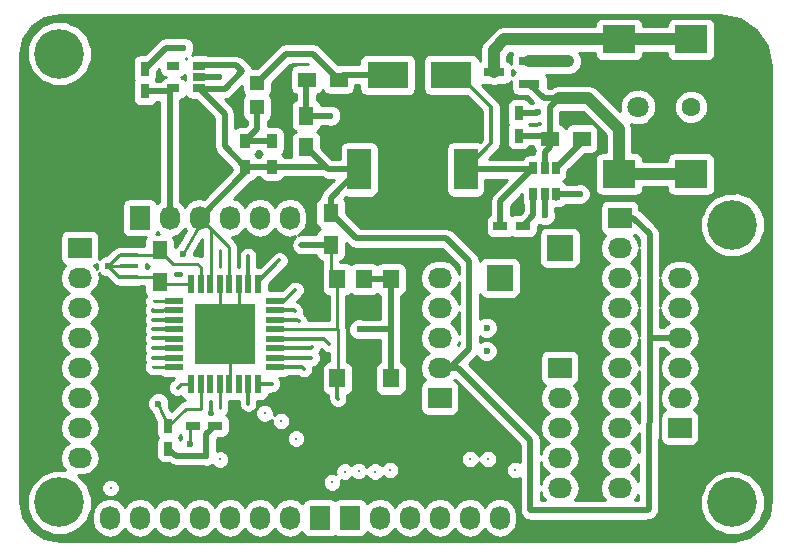
<source format=gtl>
%TF.GenerationSoftware,KiCad,Pcbnew,(after 2015-mar-04 BZR unknown)-product*%
%TF.CreationDate,2015-05-27T15:40:32-04:00*%
%TF.JobID,arduinoquad,61726475696E6F717561642E6B696361,rev?*%
%TF.FileFunction,Copper,L1,Top,Plane*%
%FSLAX46Y46*%
G04 Gerber Fmt 4.6, Leading zero omitted, Abs format (unit mm)*
G04 Created by KiCad (PCBNEW (after 2015-mar-04 BZR unknown)-product) date 27/05/2015 3:40:32 PM*
%MOMM*%
G01*
G04 APERTURE LIST*
%ADD10C,0.100000*%
%ADD11R,1.400000X1.600000*%
%ADD12R,2.032000X1.727200*%
%ADD13O,2.032000X1.727200*%
%ADD14R,2.800000X2.400000*%
%ADD15C,1.600000*%
%ADD16C,1.800000*%
%ADD17C,4.200000*%
%ADD18R,3.500120X2.301240*%
%ADD19R,0.750000X1.200000*%
%ADD20R,1.200000X0.750000*%
%ADD21R,1.198880X1.198880*%
%ADD22R,0.650000X1.060000*%
%ADD23R,2.000000X3.500000*%
%ADD24R,2.235200X2.235200*%
%ADD25R,1.727200X2.032000*%
%ADD26O,1.727200X2.032000*%
%ADD27R,1.800860X0.800100*%
%ADD28R,1.300000X1.500000*%
%ADD29R,1.500000X1.300000*%
%ADD30R,0.900000X1.200000*%
%ADD31R,1.060000X0.650000*%
%ADD32R,1.600000X0.300000*%
%ADD33R,0.550000X1.600000*%
%ADD34R,1.600000X0.550000*%
%ADD35R,5.080000X5.080000*%
%ADD36C,0.600000*%
%ADD37C,1.000000*%
%ADD38C,0.300000*%
%ADD39C,0.500000*%
%ADD40C,0.250000*%
%ADD41C,1.000000*%
%ADD42C,0.300000*%
%ADD43C,0.254000*%
G04 APERTURE END LIST*
D10*
D11*
X168560000Y-102505000D03*
X164060000Y-102505000D03*
X164060000Y-94095000D03*
X168560000Y-94095000D03*
X166310000Y-94095000D03*
D12*
X193040000Y-106680000D03*
D13*
X193040000Y-104140000D03*
X193040000Y-101600000D03*
X193040000Y-99060000D03*
X193040000Y-96520000D03*
X193040000Y-93980000D03*
D14*
X187900000Y-73800000D03*
X194000000Y-85200000D03*
X194000000Y-73800000D03*
D15*
X194000000Y-79500000D03*
D16*
X189500000Y-79500000D03*
D14*
X187900000Y-85200000D03*
D17*
X140500000Y-75000000D03*
X197500000Y-89500000D03*
X197500000Y-113000000D03*
X140500000Y-113000000D03*
D18*
X173700020Y-76800000D03*
X168299980Y-76800000D03*
D19*
X149750000Y-106550000D03*
X149750000Y-108450000D03*
D20*
X151800000Y-106500000D03*
X153700000Y-106500000D03*
D19*
X179400000Y-81950000D03*
X179400000Y-80050000D03*
D20*
X177850000Y-89600000D03*
X179750000Y-89600000D03*
D19*
X147750000Y-78200000D03*
X147750000Y-76300000D03*
D21*
X157250000Y-77450980D03*
X157250000Y-79549020D03*
D12*
X172720000Y-104140000D03*
D13*
X172720000Y-101600000D03*
X172720000Y-99060000D03*
X172720000Y-96520000D03*
X172720000Y-93980000D03*
D22*
X180650000Y-86900000D03*
X181600000Y-86900000D03*
X182550000Y-86900000D03*
X182550000Y-84700000D03*
X180650000Y-84700000D03*
X181600000Y-84700000D03*
D23*
X174900000Y-84800000D03*
X165900000Y-84800000D03*
D24*
X177800000Y-93980000D03*
X182880000Y-91440000D03*
D12*
X182880000Y-101600000D03*
D13*
X182880000Y-104140000D03*
X182880000Y-106680000D03*
X182880000Y-109220000D03*
X182880000Y-111760000D03*
D25*
X147320000Y-88900000D03*
D26*
X149860000Y-88900000D03*
X152400000Y-88900000D03*
X154940000Y-88900000D03*
X157480000Y-88900000D03*
X160020000Y-88900000D03*
D25*
X162560000Y-114300000D03*
D26*
X160020000Y-114300000D03*
X157480000Y-114300000D03*
X154940000Y-114300000D03*
X152400000Y-114300000D03*
X149860000Y-114300000D03*
X147320000Y-114300000D03*
X144780000Y-114300000D03*
D25*
X165100000Y-114300000D03*
D26*
X167640000Y-114300000D03*
X170180000Y-114300000D03*
X172720000Y-114300000D03*
X175260000Y-114300000D03*
X177800000Y-114300000D03*
D12*
X142240000Y-91440000D03*
D13*
X142240000Y-93980000D03*
X142240000Y-96520000D03*
X142240000Y-99060000D03*
X142240000Y-101600000D03*
X142240000Y-104140000D03*
X142240000Y-106680000D03*
X142240000Y-109220000D03*
D27*
X180301140Y-77550000D03*
X180301140Y-75650000D03*
X177298860Y-76600000D03*
D28*
X161400000Y-82950000D03*
X161400000Y-80250000D03*
D29*
X161450000Y-77200000D03*
X164150000Y-77200000D03*
D28*
X149000000Y-91650000D03*
X149000000Y-94350000D03*
X163490000Y-88490000D03*
X163490000Y-91190000D03*
D29*
X182050000Y-82200000D03*
X184750000Y-82200000D03*
D30*
X156250000Y-82400000D03*
X156250000Y-84600000D03*
X158500000Y-82400000D03*
X158500000Y-84600000D03*
D12*
X187960000Y-88900000D03*
D13*
X187960000Y-91440000D03*
X187960000Y-93980000D03*
X187960000Y-96520000D03*
X187960000Y-99060000D03*
X187960000Y-101600000D03*
X187960000Y-104140000D03*
X187960000Y-106680000D03*
X187960000Y-109220000D03*
X187960000Y-111760000D03*
D31*
X152350000Y-77950000D03*
X152350000Y-77000000D03*
X152350000Y-76050000D03*
X150150000Y-76050000D03*
X150150000Y-77950000D03*
D32*
X146400000Y-93000000D03*
X146400000Y-93950000D03*
X146400000Y-92050000D03*
D33*
X157300000Y-94500000D03*
X156500000Y-94500000D03*
X155700000Y-94500000D03*
X154900000Y-94500000D03*
X154100000Y-94500000D03*
X153300000Y-94500000D03*
X152500000Y-94500000D03*
X151700000Y-94500000D03*
D34*
X150250000Y-95950000D03*
X150250000Y-96750000D03*
X150250000Y-97550000D03*
X150250000Y-98350000D03*
X150250000Y-99150000D03*
X150250000Y-99950000D03*
X150250000Y-100750000D03*
X150250000Y-101550000D03*
D33*
X151700000Y-103000000D03*
X152500000Y-103000000D03*
X153300000Y-103000000D03*
X154100000Y-103000000D03*
X154900000Y-103000000D03*
X155700000Y-103000000D03*
X156500000Y-103000000D03*
X157300000Y-103000000D03*
D34*
X158750000Y-101550000D03*
X158750000Y-100750000D03*
X158750000Y-99950000D03*
X158750000Y-99150000D03*
X158750000Y-98350000D03*
X158750000Y-97550000D03*
X158750000Y-96750000D03*
X158750000Y-95950000D03*
D35*
X154500000Y-98750000D03*
D36*
X148900000Y-104630000D03*
X151000000Y-92000000D03*
X152950000Y-109050000D03*
X165925000Y-98350000D03*
X154500000Y-98750000D03*
X151000000Y-74500000D03*
X160000000Y-75000000D03*
X154000000Y-77000000D03*
X181640480Y-88696800D03*
X181051200Y-79979520D03*
D37*
X183600000Y-75650000D03*
D36*
X144600000Y-93000000D03*
D38*
X154100000Y-105050000D03*
D36*
X151600000Y-108050000D03*
D38*
X161000000Y-91200000D03*
X164100000Y-104230000D03*
X179100000Y-110275000D03*
X159260000Y-106090000D03*
X160430000Y-96780000D03*
X163600000Y-111300000D03*
X160540000Y-107600000D03*
X160790000Y-97680000D03*
X161930000Y-99860000D03*
X175290000Y-109320000D03*
X163350000Y-99590000D03*
D36*
X176690000Y-98210000D03*
X176690000Y-100190000D03*
D38*
X176800000Y-109330000D03*
X159140000Y-92510000D03*
X154090000Y-109360000D03*
X156500000Y-92160000D03*
X148500000Y-95975000D03*
X148425000Y-96725000D03*
X144850000Y-111800000D03*
X148450000Y-97525000D03*
X148450000Y-98350000D03*
X148450000Y-99100000D03*
X148450000Y-99950000D03*
X148450000Y-100750000D03*
X148450000Y-101550000D03*
X150500000Y-103275000D03*
X164670000Y-110390000D03*
X156500000Y-104630000D03*
X165850000Y-110340000D03*
X158500000Y-102990000D03*
X161220000Y-101710000D03*
X167250000Y-110390000D03*
X161850000Y-100770000D03*
X168520000Y-110260000D03*
X157890000Y-105460000D03*
X160490000Y-95000000D03*
D36*
X184600000Y-86900000D03*
X163450000Y-80250000D03*
D39*
X193040000Y-99060000D02*
X192600000Y-99060000D01*
D40*
X152400000Y-89400000D02*
X152400000Y-88900000D01*
D39*
X156250000Y-84600000D02*
X158500000Y-84600000D01*
X163490000Y-88490000D02*
X163580000Y-88400000D01*
D40*
X152500000Y-103000000D02*
X152500000Y-105100000D01*
X152500000Y-105100000D02*
X151200000Y-105100000D01*
X151200000Y-105100000D02*
X149750000Y-106550000D01*
D39*
X165900000Y-84800000D02*
X163490000Y-87210000D01*
X163490000Y-87210000D02*
X163490000Y-88490000D01*
D40*
X153300000Y-94500000D02*
X153325000Y-94475000D01*
X153325000Y-94475000D02*
X153325000Y-89825000D01*
X153325000Y-89825000D02*
X152400000Y-88900000D01*
X154900000Y-94500000D02*
X154875000Y-94475000D01*
X154875000Y-94475000D02*
X154875000Y-91375000D01*
X154875000Y-91375000D02*
X152400000Y-88900000D01*
D39*
X152400000Y-88900000D02*
X156250000Y-85050000D01*
X156250000Y-85050000D02*
X156250000Y-84600000D01*
X152350000Y-77950000D02*
X154500000Y-80100000D01*
X154500000Y-82850000D02*
X156250000Y-84600000D01*
X154500000Y-80100000D02*
X154500000Y-82850000D01*
X152350000Y-77950000D02*
X152400000Y-78000000D01*
X152400000Y-78000000D02*
X154500000Y-78000000D01*
X154500000Y-78000000D02*
X156000000Y-76500000D01*
X156000000Y-76500000D02*
X155500000Y-76000000D01*
X155500000Y-76000000D02*
X152400000Y-76000000D01*
X152400000Y-76000000D02*
X152350000Y-76050000D01*
X158500000Y-84600000D02*
X163050000Y-84600000D01*
X163050000Y-84600000D02*
X163250000Y-84800000D01*
X165900000Y-84800000D02*
X163250000Y-84800000D01*
X163250000Y-84800000D02*
X161400000Y-82950000D01*
X165650000Y-90650000D02*
X163490000Y-88490000D01*
X173275000Y-90650000D02*
X165650000Y-90650000D01*
X175225000Y-92600000D02*
X173275000Y-90650000D01*
X175225000Y-99975000D02*
X175225000Y-92600000D01*
X173600000Y-101600000D02*
X175225000Y-99975000D01*
X172720000Y-101600000D02*
X173600000Y-101600000D01*
X190300000Y-113650000D02*
X180365509Y-113650000D01*
X190400000Y-113600000D02*
X190300000Y-113650000D01*
X174225000Y-101600000D02*
X180375000Y-107750000D01*
X174225000Y-101600000D02*
X172720000Y-101600000D01*
X180375000Y-112625000D02*
X180365509Y-113650028D01*
X180375000Y-107750000D02*
X180375000Y-112625000D01*
X190500000Y-99060000D02*
X190400000Y-113600000D01*
X180365509Y-113650000D02*
X180365509Y-113650028D01*
X190500000Y-90300000D02*
X190500000Y-99060000D01*
X189100000Y-88900000D02*
X190500000Y-90300000D01*
X187960000Y-88900000D02*
X189100000Y-88900000D01*
X193040000Y-99060000D02*
X190500000Y-99060000D01*
D40*
X148850000Y-104680000D02*
X148900000Y-104630000D01*
X151000000Y-92000000D02*
X152400000Y-89400000D01*
X149750000Y-106550000D02*
X148850000Y-104680000D01*
D39*
X166310000Y-94095000D02*
X168560000Y-94095000D01*
X153700000Y-106500000D02*
X152950000Y-107250000D01*
X152950000Y-107250000D02*
X152950000Y-109050000D01*
X149750000Y-108450000D02*
X150350000Y-109050000D01*
X150350000Y-109050000D02*
X152950000Y-109050000D01*
D40*
X153700000Y-106500000D02*
X153750000Y-106550000D01*
D39*
X168560000Y-98375000D02*
X168535000Y-98350000D01*
X168535000Y-98350000D02*
X165925000Y-98350000D01*
X168560000Y-94325000D02*
X168560000Y-98375000D01*
X168560000Y-98375000D02*
X168560000Y-102275000D01*
D40*
X154100000Y-94500000D02*
X154100000Y-98350000D01*
X154100000Y-98350000D02*
X154500000Y-98750000D01*
X154900000Y-103000000D02*
X154925000Y-102975000D01*
X154925000Y-102975000D02*
X154925000Y-99175000D01*
X154925000Y-99175000D02*
X154500000Y-98750000D01*
X155700000Y-94500000D02*
X155700000Y-97550000D01*
X155700000Y-97550000D02*
X154500000Y-98750000D01*
D39*
X149550000Y-74500000D02*
X151000000Y-74500000D01*
X147750000Y-76300000D02*
X149550000Y-74500000D01*
X157250000Y-77450980D02*
X159700980Y-75000000D01*
X159700980Y-75000000D02*
X160000000Y-75000000D01*
X164150000Y-77200000D02*
X161950000Y-75000000D01*
X161950000Y-75000000D02*
X160000000Y-75000000D01*
X152350000Y-77000000D02*
X154000000Y-77000000D01*
X181600000Y-86900000D02*
X181600000Y-88656320D01*
X181600000Y-88656320D02*
X181640480Y-88696800D01*
X179400000Y-80050000D02*
X180980720Y-80050000D01*
X180980720Y-80050000D02*
X181051200Y-79979520D01*
X168299980Y-76800000D02*
X164550000Y-76800000D01*
X164550000Y-76800000D02*
X164150000Y-77200000D01*
D41*
X180301140Y-75650000D02*
X183600000Y-75650000D01*
D40*
X148600000Y-93950000D02*
X146400000Y-93950000D01*
X149150000Y-94500000D02*
X148600000Y-93950000D01*
X151700000Y-94500000D02*
X149150000Y-94500000D01*
X149400000Y-92050000D02*
X146400000Y-92050000D01*
X152500000Y-93100000D02*
X152200000Y-92800000D01*
X152200000Y-92800000D02*
X150150000Y-92800000D01*
X150150000Y-92800000D02*
X149400000Y-92050000D01*
X152500000Y-94500000D02*
X152500000Y-93100000D01*
X146400000Y-93000000D02*
X144600000Y-93000000D01*
X145550000Y-93950000D02*
X144600000Y-93000000D01*
X146400000Y-93950000D02*
X145550000Y-93950000D01*
X145550000Y-92050000D02*
X144600000Y-93000000D01*
X146400000Y-92050000D02*
X145550000Y-92050000D01*
X151600000Y-106700000D02*
X151800000Y-106500000D01*
X151600000Y-108050000D02*
X151600000Y-106700000D01*
X154100000Y-103000000D02*
X154100000Y-105050000D01*
D39*
X182050000Y-82200000D02*
X182050000Y-79559840D01*
X182050000Y-79559840D02*
X182809840Y-78800000D01*
X181551140Y-78800000D02*
X180301140Y-77550000D01*
X182809840Y-78800000D02*
X181551140Y-78800000D01*
X179400000Y-81950000D02*
X181800000Y-81950000D01*
D42*
X181800000Y-81950000D02*
X182050000Y-82200000D01*
D39*
X182050000Y-82200000D02*
X182050000Y-82912640D01*
X182050000Y-82912640D02*
X181600000Y-83362640D01*
X181600000Y-83362640D02*
X181600000Y-84700000D01*
D41*
X187900000Y-85200000D02*
X194000000Y-85200000D01*
X185300000Y-78800000D02*
X187900000Y-81400000D01*
X187900000Y-81400000D02*
X187900000Y-85200000D01*
X182809840Y-78800000D02*
X185300000Y-78800000D01*
D39*
X177850000Y-89600000D02*
X177850000Y-87500000D01*
X177850000Y-87500000D02*
X180650000Y-84700000D01*
X174900000Y-84800000D02*
X180550000Y-84800000D01*
D42*
X180550000Y-84800000D02*
X180650000Y-84700000D01*
X173700020Y-76800000D02*
X174356320Y-76800000D01*
X174356320Y-76800000D02*
X177088800Y-79532480D01*
X177088800Y-79532480D02*
X177088800Y-82611200D01*
X177088800Y-82611200D02*
X174900000Y-84800000D01*
D39*
X180650000Y-86900000D02*
X180650000Y-88700000D01*
X180650000Y-88700000D02*
X179750000Y-89600000D01*
X150150000Y-77950000D02*
X149860000Y-78240000D01*
X149860000Y-78240000D02*
X149860000Y-88900000D01*
X150150000Y-77950000D02*
X149900000Y-78200000D01*
X149900000Y-78200000D02*
X147750000Y-78200000D01*
D42*
X164100000Y-102315000D02*
X164060000Y-102275000D01*
D39*
X163490000Y-91190000D02*
X163480000Y-91200000D01*
X163480000Y-91200000D02*
X161000000Y-91200000D01*
D40*
X158750000Y-98350000D02*
X164100000Y-98350000D01*
X164100000Y-98350000D02*
X164060000Y-98310000D01*
X164100000Y-98350000D02*
X164100000Y-102235000D01*
X164060000Y-98310000D02*
X164060000Y-94325000D01*
X164060000Y-94325000D02*
X163490000Y-93755000D01*
X163490000Y-93755000D02*
X163490000Y-91190000D01*
X164100000Y-102235000D02*
X164060000Y-102275000D01*
D42*
X164100000Y-104230000D02*
X164060000Y-104190000D01*
X164060000Y-104190000D02*
X164060000Y-102275000D01*
X160430000Y-96780000D02*
X160400000Y-96750000D01*
X160400000Y-96750000D02*
X158750000Y-96750000D01*
X158850000Y-97650000D02*
X158750000Y-97550000D01*
X160790000Y-97680000D02*
X160660000Y-97550000D01*
X160660000Y-97550000D02*
X158750000Y-97550000D01*
D41*
X187900000Y-73800000D02*
X194000000Y-73800000D01*
X178200000Y-73800000D02*
X177298860Y-74701140D01*
X177298860Y-74701140D02*
X177298860Y-76600000D01*
X187900000Y-73800000D02*
X178200000Y-73800000D01*
D39*
X158500000Y-82400000D02*
X156250000Y-82400000D01*
X156250000Y-82400000D02*
X157250000Y-81400000D01*
X157250000Y-81400000D02*
X157250000Y-79549020D01*
D42*
X161930000Y-99860000D02*
X161840000Y-99950000D01*
X161840000Y-99950000D02*
X158750000Y-99950000D01*
X163350000Y-99590000D02*
X162910000Y-99150000D01*
X162910000Y-99150000D02*
X158750000Y-99150000D01*
X157300000Y-94350000D02*
X157300000Y-94500000D01*
X159140000Y-92510000D02*
X157300000Y-94350000D01*
X156500000Y-92160000D02*
X156500000Y-94500000D01*
D40*
X148500000Y-95975000D02*
X148525000Y-95950000D01*
X148525000Y-95950000D02*
X150250000Y-95950000D01*
D42*
X148475000Y-96775000D02*
X150250000Y-96750000D01*
X148425000Y-96725000D02*
X148475000Y-96775000D01*
X148450000Y-97525000D02*
X148480000Y-97555000D01*
X148480000Y-97555000D02*
X150250000Y-97550000D01*
X150250000Y-98350000D02*
X148450000Y-98350000D01*
X150200000Y-99100000D02*
X150250000Y-99150000D01*
X148450000Y-99100000D02*
X150200000Y-99100000D01*
X150250000Y-99950000D02*
X148450000Y-99950000D01*
X150250000Y-100750000D02*
X148450000Y-100750000D01*
D40*
X150250000Y-101550000D02*
X148450000Y-101550000D01*
X150775000Y-103000000D02*
X150500000Y-103275000D01*
X151700000Y-103000000D02*
X150775000Y-103000000D01*
D42*
X156500000Y-104630000D02*
X156500000Y-103000000D01*
X158500000Y-102990000D02*
X158490000Y-103000000D01*
X158490000Y-103000000D02*
X157300000Y-103000000D01*
X161060000Y-101550000D02*
X158750000Y-101550000D01*
X161220000Y-101710000D02*
X161060000Y-101550000D01*
X161830000Y-100750000D02*
X158750000Y-100750000D01*
X161850000Y-100770000D02*
X161830000Y-100750000D01*
X159540000Y-95950000D02*
X158750000Y-95950000D01*
X160490000Y-95000000D02*
X159540000Y-95950000D01*
D39*
X161400000Y-80250000D02*
X163450000Y-80250000D01*
X184600000Y-86900000D02*
X182550000Y-86900000D01*
X182550000Y-87190780D02*
X182550000Y-86900000D01*
X161400000Y-80250000D02*
X161400000Y-77250000D01*
X161400000Y-77250000D02*
X161450000Y-77200000D01*
D42*
X184750000Y-82200000D02*
X184750000Y-82500000D01*
D39*
X184750000Y-82500000D02*
X182550000Y-84700000D01*
D43*
G36*
X143675933Y-92787259D02*
X143665162Y-92813201D01*
X143664838Y-93185167D01*
X143670451Y-93198753D01*
X143484415Y-92920330D01*
X143468632Y-92909784D01*
X143498123Y-92904063D01*
X143675933Y-92787259D01*
X143675933Y-92787259D01*
G37*
X143675933Y-92787259D02*
X143665162Y-92813201D01*
X143664838Y-93185167D01*
X143670451Y-93198753D01*
X143484415Y-92920330D01*
X143468632Y-92909784D01*
X143498123Y-92904063D01*
X143675933Y-92787259D01*
G36*
X148109530Y-92999216D02*
X148107877Y-92999537D01*
X147895073Y-93139327D01*
X147860868Y-93190000D01*
X147839418Y-93190000D01*
X147847440Y-93150000D01*
X147847440Y-92850000D01*
X147839679Y-92810000D01*
X147859814Y-92810000D01*
X147889327Y-92854927D01*
X148100360Y-92997377D01*
X148109530Y-92999216D01*
X148109530Y-92999216D01*
G37*
X148109530Y-92999216D02*
X148107877Y-92999537D01*
X147895073Y-93139327D01*
X147860868Y-93190000D01*
X147839418Y-93190000D01*
X147847440Y-93150000D01*
X147847440Y-92850000D01*
X147839679Y-92810000D01*
X147859814Y-92810000D01*
X147889327Y-92854927D01*
X148100360Y-92997377D01*
X148109530Y-92999216D01*
G36*
X148962180Y-90252560D02*
X148722304Y-90252560D01*
X148780977Y-90165640D01*
X148788718Y-90127037D01*
X148800330Y-90144415D01*
X148962180Y-90252560D01*
X148962180Y-90252560D01*
G37*
X148962180Y-90252560D02*
X148722304Y-90252560D01*
X148780977Y-90165640D01*
X148788718Y-90127037D01*
X148800330Y-90144415D01*
X148962180Y-90252560D01*
G36*
X149506253Y-76999629D02*
X149377877Y-77024537D01*
X149165073Y-77164327D01*
X149063366Y-77315000D01*
X148697297Y-77315000D01*
X148654615Y-77250025D01*
X148722377Y-77149640D01*
X148772440Y-76900000D01*
X148772440Y-76529139D01*
X148972560Y-76329019D01*
X148972560Y-76375000D01*
X149019537Y-76617123D01*
X149159327Y-76829927D01*
X149370360Y-76972377D01*
X149506253Y-76999629D01*
X149506253Y-76999629D01*
G37*
X149506253Y-76999629D02*
X149377877Y-77024537D01*
X149165073Y-77164327D01*
X149063366Y-77315000D01*
X148697297Y-77315000D01*
X148654615Y-77250025D01*
X148722377Y-77149640D01*
X148772440Y-76900000D01*
X148772440Y-76529139D01*
X148972560Y-76329019D01*
X148972560Y-76375000D01*
X149019537Y-76617123D01*
X149159327Y-76829927D01*
X149370360Y-76972377D01*
X149506253Y-76999629D01*
G36*
X150805635Y-93560000D02*
X150777560Y-93700000D01*
X150777560Y-93740000D01*
X150297440Y-93740000D01*
X150297440Y-93600000D01*
X150289679Y-93560000D01*
X150805635Y-93560000D01*
X150805635Y-93560000D01*
G37*
X150805635Y-93560000D02*
X150777560Y-93700000D01*
X150777560Y-93740000D01*
X150297440Y-93740000D01*
X150297440Y-93600000D01*
X150289679Y-93560000D01*
X150805635Y-93560000D01*
G36*
X150840000Y-107487537D02*
X150807808Y-107519673D01*
X150740022Y-107682917D01*
X150725463Y-107607877D01*
X150654615Y-107500025D01*
X150722377Y-107399640D01*
X150737051Y-107326463D01*
X150739327Y-107329927D01*
X150840000Y-107397882D01*
X150840000Y-107487537D01*
X150840000Y-107487537D01*
G37*
X150840000Y-107487537D02*
X150807808Y-107519673D01*
X150740022Y-107682917D01*
X150725463Y-107607877D01*
X150654615Y-107500025D01*
X150722377Y-107399640D01*
X150737051Y-107326463D01*
X150739327Y-107329927D01*
X150840000Y-107397882D01*
X150840000Y-107487537D01*
G36*
X151172560Y-77218614D02*
X151140673Y-77170073D01*
X150929640Y-77027623D01*
X150793746Y-77000370D01*
X150922123Y-76975463D01*
X151134927Y-76835673D01*
X151172560Y-76779921D01*
X151172560Y-77218614D01*
X151172560Y-77218614D01*
G37*
X151172560Y-77218614D02*
X151140673Y-77170073D01*
X150929640Y-77027623D01*
X150793746Y-77000370D01*
X150922123Y-76975463D01*
X151134927Y-76835673D01*
X151172560Y-76779921D01*
X151172560Y-77218614D01*
G36*
X151227174Y-89975066D02*
X150590452Y-91157549D01*
X150471057Y-91206883D01*
X150297440Y-91380197D01*
X150297440Y-90900000D01*
X150250463Y-90657877D01*
X150162037Y-90523266D01*
X150433489Y-90469271D01*
X150919670Y-90144415D01*
X151130000Y-89829634D01*
X151227174Y-89975066D01*
X151227174Y-89975066D01*
G37*
X151227174Y-89975066D02*
X150590452Y-91157549D01*
X150471057Y-91206883D01*
X150297440Y-91380197D01*
X150297440Y-90900000D01*
X150250463Y-90657877D01*
X150162037Y-90523266D01*
X150433489Y-90469271D01*
X150919670Y-90144415D01*
X151130000Y-89829634D01*
X151227174Y-89975066D01*
G36*
X151274739Y-75398151D02*
X151249433Y-75435640D01*
X151235466Y-75414378D01*
X151274739Y-75398151D01*
X151274739Y-75398151D01*
G37*
X151274739Y-75398151D02*
X151249433Y-75435640D01*
X151235466Y-75414378D01*
X151274739Y-75398151D01*
G36*
X152565000Y-92147404D02*
X152490839Y-92097852D01*
X152200000Y-92040000D01*
X151934965Y-92040000D01*
X151935117Y-91866391D01*
X152565000Y-90696609D01*
X152565000Y-92147404D01*
X152565000Y-92147404D01*
G37*
X152565000Y-92147404D02*
X152490839Y-92097852D01*
X152200000Y-92040000D01*
X151934965Y-92040000D01*
X151935117Y-91866391D01*
X152565000Y-90696609D01*
X152565000Y-92147404D01*
G36*
X153427292Y-105477560D02*
X153144203Y-105477560D01*
X153202148Y-105390839D01*
X153260000Y-105100000D01*
X153260000Y-104447440D01*
X153340000Y-104447440D01*
X153340000Y-104833291D01*
X153315137Y-104893169D01*
X153314864Y-105205461D01*
X153427292Y-105477560D01*
X153427292Y-105477560D01*
G37*
X153427292Y-105477560D02*
X153144203Y-105477560D01*
X153202148Y-105390839D01*
X153260000Y-105100000D01*
X153260000Y-104447440D01*
X153340000Y-104447440D01*
X153340000Y-104833291D01*
X153315137Y-104893169D01*
X153314864Y-105205461D01*
X153427292Y-105477560D01*
G36*
X154115000Y-93052560D02*
X154085000Y-93052560D01*
X154085000Y-91659802D01*
X154115000Y-91689802D01*
X154115000Y-93052560D01*
X154115000Y-93052560D01*
G37*
X154115000Y-93052560D02*
X154085000Y-93052560D01*
X154085000Y-91659802D01*
X154115000Y-91689802D01*
X154115000Y-93052560D01*
G36*
X155152560Y-84895860D02*
X152760130Y-87288289D01*
X152400000Y-87216655D01*
X151826511Y-87330729D01*
X151340330Y-87655585D01*
X151130000Y-87970365D01*
X150919670Y-87655585D01*
X150745000Y-87538874D01*
X150745000Y-78909828D01*
X150922123Y-78875463D01*
X151134927Y-78735673D01*
X151250566Y-78564359D01*
X151359327Y-78729927D01*
X151570360Y-78872377D01*
X151820000Y-78922440D01*
X152070860Y-78922440D01*
X153615000Y-80466579D01*
X153615000Y-82849994D01*
X153614999Y-82850000D01*
X153671189Y-83132484D01*
X153682367Y-83188675D01*
X153874210Y-83475790D01*
X155152560Y-84754139D01*
X155152560Y-84895860D01*
X155152560Y-84895860D01*
G37*
X155152560Y-84895860D02*
X152760130Y-87288289D01*
X152400000Y-87216655D01*
X151826511Y-87330729D01*
X151340330Y-87655585D01*
X151130000Y-87970365D01*
X150919670Y-87655585D01*
X150745000Y-87538874D01*
X150745000Y-78909828D01*
X150922123Y-78875463D01*
X151134927Y-78735673D01*
X151250566Y-78564359D01*
X151359327Y-78729927D01*
X151570360Y-78872377D01*
X151820000Y-78922440D01*
X152070860Y-78922440D01*
X153615000Y-80466579D01*
X153615000Y-82849994D01*
X153614999Y-82850000D01*
X153671189Y-83132484D01*
X153682367Y-83188675D01*
X153874210Y-83475790D01*
X155152560Y-84754139D01*
X155152560Y-84895860D01*
G36*
X156365000Y-81033420D02*
X156245860Y-81152560D01*
X155800000Y-81152560D01*
X155557877Y-81199537D01*
X155385000Y-81313099D01*
X155385000Y-80100005D01*
X155385000Y-80100000D01*
X155385001Y-80100000D01*
X155317633Y-79761325D01*
X155125790Y-79474210D01*
X155125786Y-79474207D01*
X154530511Y-78878931D01*
X154782484Y-78828810D01*
X154838674Y-78817633D01*
X154838675Y-78817633D01*
X155125790Y-78625790D01*
X156003120Y-77748459D01*
X156003120Y-78050420D01*
X156050097Y-78292543D01*
X156187247Y-78501329D01*
X156053183Y-78699940D01*
X156003120Y-78949580D01*
X156003120Y-80148460D01*
X156050097Y-80390583D01*
X156189887Y-80603387D01*
X156365000Y-80721590D01*
X156365000Y-81033420D01*
X156365000Y-81033420D01*
G37*
X156365000Y-81033420D02*
X156245860Y-81152560D01*
X155800000Y-81152560D01*
X155557877Y-81199537D01*
X155385000Y-81313099D01*
X155385000Y-80100005D01*
X155385000Y-80100000D01*
X155385001Y-80100000D01*
X155317633Y-79761325D01*
X155125790Y-79474210D01*
X155125786Y-79474207D01*
X154530511Y-78878931D01*
X154782484Y-78828810D01*
X154838674Y-78817633D01*
X154838675Y-78817633D01*
X155125790Y-78625790D01*
X156003120Y-77748459D01*
X156003120Y-78050420D01*
X156050097Y-78292543D01*
X156187247Y-78501329D01*
X156053183Y-78699940D01*
X156003120Y-78949580D01*
X156003120Y-80148460D01*
X156050097Y-80390583D01*
X156189887Y-80603387D01*
X156365000Y-80721590D01*
X156365000Y-81033420D01*
G36*
X157655528Y-83499613D02*
X157595073Y-83539327D01*
X157476491Y-83715000D01*
X157272297Y-83715000D01*
X157160673Y-83545073D01*
X157094471Y-83500386D01*
X157154927Y-83460673D01*
X157273508Y-83285000D01*
X157477702Y-83285000D01*
X157589327Y-83454927D01*
X157655528Y-83499613D01*
X157655528Y-83499613D01*
G37*
X157655528Y-83499613D02*
X157595073Y-83539327D01*
X157476491Y-83715000D01*
X157272297Y-83715000D01*
X157160673Y-83545073D01*
X157094471Y-83500386D01*
X157154927Y-83460673D01*
X157273508Y-83285000D01*
X157477702Y-83285000D01*
X157589327Y-83454927D01*
X157655528Y-83499613D01*
G36*
X161600980Y-75902560D02*
X160700000Y-75902560D01*
X160457877Y-75949537D01*
X160245073Y-76089327D01*
X160102623Y-76300360D01*
X160052560Y-76550000D01*
X160052560Y-77850000D01*
X160099537Y-78092123D01*
X160239327Y-78304927D01*
X160450360Y-78447377D01*
X160515000Y-78460339D01*
X160515000Y-78898154D01*
X160507877Y-78899537D01*
X160295073Y-79039327D01*
X160152623Y-79250360D01*
X160102560Y-79500000D01*
X160102560Y-81000000D01*
X160149537Y-81242123D01*
X160289327Y-81454927D01*
X160500360Y-81597377D01*
X160509530Y-81599216D01*
X160507877Y-81599537D01*
X160295073Y-81739327D01*
X160152623Y-81950360D01*
X160102560Y-82200000D01*
X160102560Y-83700000D01*
X160105470Y-83715000D01*
X159522297Y-83715000D01*
X159410673Y-83545073D01*
X159344471Y-83500386D01*
X159404927Y-83460673D01*
X159547377Y-83249640D01*
X159597440Y-83000000D01*
X159597440Y-81800000D01*
X159550463Y-81557877D01*
X159410673Y-81345073D01*
X159199640Y-81202623D01*
X158950000Y-81152560D01*
X158135000Y-81152560D01*
X158135000Y-80720389D01*
X158304367Y-80609133D01*
X158446817Y-80398100D01*
X158496880Y-80148460D01*
X158496880Y-78949580D01*
X158449903Y-78707457D01*
X158312752Y-78498670D01*
X158446817Y-78300060D01*
X158496880Y-78050420D01*
X158496880Y-77455679D01*
X160017543Y-75935015D01*
X160185167Y-75935162D01*
X160306568Y-75885000D01*
X161583420Y-75885000D01*
X161600980Y-75902560D01*
X161600980Y-75902560D01*
G37*
X161600980Y-75902560D02*
X160700000Y-75902560D01*
X160457877Y-75949537D01*
X160245073Y-76089327D01*
X160102623Y-76300360D01*
X160052560Y-76550000D01*
X160052560Y-77850000D01*
X160099537Y-78092123D01*
X160239327Y-78304927D01*
X160450360Y-78447377D01*
X160515000Y-78460339D01*
X160515000Y-78898154D01*
X160507877Y-78899537D01*
X160295073Y-79039327D01*
X160152623Y-79250360D01*
X160102560Y-79500000D01*
X160102560Y-81000000D01*
X160149537Y-81242123D01*
X160289327Y-81454927D01*
X160500360Y-81597377D01*
X160509530Y-81599216D01*
X160507877Y-81599537D01*
X160295073Y-81739327D01*
X160152623Y-81950360D01*
X160102560Y-82200000D01*
X160102560Y-83700000D01*
X160105470Y-83715000D01*
X159522297Y-83715000D01*
X159410673Y-83545073D01*
X159344471Y-83500386D01*
X159404927Y-83460673D01*
X159547377Y-83249640D01*
X159597440Y-83000000D01*
X159597440Y-81800000D01*
X159550463Y-81557877D01*
X159410673Y-81345073D01*
X159199640Y-81202623D01*
X158950000Y-81152560D01*
X158135000Y-81152560D01*
X158135000Y-80720389D01*
X158304367Y-80609133D01*
X158446817Y-80398100D01*
X158496880Y-80148460D01*
X158496880Y-78949580D01*
X158449903Y-78707457D01*
X158312752Y-78498670D01*
X158446817Y-78300060D01*
X158496880Y-78050420D01*
X158496880Y-77455679D01*
X160017543Y-75935015D01*
X160185167Y-75935162D01*
X160306568Y-75885000D01*
X161583420Y-75885000D01*
X161600980Y-75902560D01*
G36*
X163300000Y-97590000D02*
X161575078Y-97590000D01*
X161575136Y-97524539D01*
X161455879Y-97235914D01*
X161345079Y-97124921D01*
X161235247Y-97014897D01*
X161234918Y-97014760D01*
X161215079Y-96994921D01*
X161196027Y-96982191D01*
X161214863Y-96936831D01*
X161215000Y-96780000D01*
X161215136Y-96624539D01*
X161095879Y-96335914D01*
X160985079Y-96224921D01*
X160875247Y-96114897D01*
X160769760Y-96071095D01*
X160769758Y-96071094D01*
X160700407Y-96024755D01*
X160619312Y-96008624D01*
X160619311Y-96008624D01*
X160599684Y-96000473D01*
X161044881Y-95555276D01*
X161045079Y-95555079D01*
X161155103Y-95445247D01*
X161215245Y-95300406D01*
X161274863Y-95156831D01*
X161275000Y-95000000D01*
X161275136Y-94844539D01*
X161215245Y-94699593D01*
X161155879Y-94555914D01*
X161045079Y-94444921D01*
X160935247Y-94334897D01*
X160646831Y-94215137D01*
X160334539Y-94214864D01*
X160045914Y-94334121D01*
X159824897Y-94554753D01*
X159824760Y-94555081D01*
X159352282Y-95027560D01*
X158222440Y-95027560D01*
X158222440Y-94537718D01*
X159694881Y-93065276D01*
X159695079Y-93065079D01*
X159805103Y-92955247D01*
X159865245Y-92810407D01*
X159924863Y-92666831D01*
X159925000Y-92510000D01*
X159925136Y-92354539D01*
X159865245Y-92209593D01*
X159805879Y-92065914D01*
X159695079Y-91954921D01*
X159585247Y-91844897D01*
X159296831Y-91725137D01*
X158984539Y-91724864D01*
X158695914Y-91844121D01*
X158474897Y-92064753D01*
X158474760Y-92065081D01*
X157487282Y-93052560D01*
X157285000Y-93052560D01*
X157285000Y-92160113D01*
X157285000Y-92160000D01*
X157285136Y-92004539D01*
X157165879Y-91715914D01*
X157055079Y-91604921D01*
X156945247Y-91494897D01*
X156656831Y-91375137D01*
X156344539Y-91374864D01*
X156055914Y-91494121D01*
X155834897Y-91714753D01*
X155715137Y-92003169D01*
X155714864Y-92315461D01*
X155715000Y-92315790D01*
X155715000Y-93052560D01*
X155635000Y-93052560D01*
X155635000Y-91375000D01*
X155577148Y-91084161D01*
X155412401Y-90837599D01*
X155121954Y-90547152D01*
X155513489Y-90469271D01*
X155999670Y-90144415D01*
X156210000Y-89829634D01*
X156420330Y-90144415D01*
X156906511Y-90469271D01*
X157480000Y-90583345D01*
X158053489Y-90469271D01*
X158539670Y-90144415D01*
X158750000Y-89829634D01*
X158960330Y-90144415D01*
X159446511Y-90469271D01*
X160020000Y-90583345D01*
X160504886Y-90486895D01*
X160374210Y-90574210D01*
X160182367Y-90861325D01*
X160115000Y-91200000D01*
X160182367Y-91538675D01*
X160374210Y-91825790D01*
X160661325Y-92017633D01*
X161000000Y-92085000D01*
X162220693Y-92085000D01*
X162239537Y-92182123D01*
X162379327Y-92394927D01*
X162590360Y-92537377D01*
X162730000Y-92565380D01*
X162730000Y-93208035D01*
X162712560Y-93295000D01*
X162712560Y-94895000D01*
X162759537Y-95137123D01*
X162899327Y-95349927D01*
X163110360Y-95492377D01*
X163300000Y-95530407D01*
X163300000Y-97590000D01*
X163300000Y-97590000D01*
G37*
X163300000Y-97590000D02*
X161575078Y-97590000D01*
X161575136Y-97524539D01*
X161455879Y-97235914D01*
X161345079Y-97124921D01*
X161235247Y-97014897D01*
X161234918Y-97014760D01*
X161215079Y-96994921D01*
X161196027Y-96982191D01*
X161214863Y-96936831D01*
X161215000Y-96780000D01*
X161215136Y-96624539D01*
X161095879Y-96335914D01*
X160985079Y-96224921D01*
X160875247Y-96114897D01*
X160769760Y-96071095D01*
X160769758Y-96071094D01*
X160700407Y-96024755D01*
X160619312Y-96008624D01*
X160619311Y-96008624D01*
X160599684Y-96000473D01*
X161044881Y-95555276D01*
X161045079Y-95555079D01*
X161155103Y-95445247D01*
X161215245Y-95300406D01*
X161274863Y-95156831D01*
X161275000Y-95000000D01*
X161275136Y-94844539D01*
X161215245Y-94699593D01*
X161155879Y-94555914D01*
X161045079Y-94444921D01*
X160935247Y-94334897D01*
X160646831Y-94215137D01*
X160334539Y-94214864D01*
X160045914Y-94334121D01*
X159824897Y-94554753D01*
X159824760Y-94555081D01*
X159352282Y-95027560D01*
X158222440Y-95027560D01*
X158222440Y-94537718D01*
X159694881Y-93065276D01*
X159695079Y-93065079D01*
X159805103Y-92955247D01*
X159865245Y-92810407D01*
X159924863Y-92666831D01*
X159925000Y-92510000D01*
X159925136Y-92354539D01*
X159865245Y-92209593D01*
X159805879Y-92065914D01*
X159695079Y-91954921D01*
X159585247Y-91844897D01*
X159296831Y-91725137D01*
X158984539Y-91724864D01*
X158695914Y-91844121D01*
X158474897Y-92064753D01*
X158474760Y-92065081D01*
X157487282Y-93052560D01*
X157285000Y-93052560D01*
X157285000Y-92160113D01*
X157285000Y-92160000D01*
X157285136Y-92004539D01*
X157165879Y-91715914D01*
X157055079Y-91604921D01*
X156945247Y-91494897D01*
X156656831Y-91375137D01*
X156344539Y-91374864D01*
X156055914Y-91494121D01*
X155834897Y-91714753D01*
X155715137Y-92003169D01*
X155714864Y-92315461D01*
X155715000Y-92315790D01*
X155715000Y-93052560D01*
X155635000Y-93052560D01*
X155635000Y-91375000D01*
X155577148Y-91084161D01*
X155412401Y-90837599D01*
X155121954Y-90547152D01*
X155513489Y-90469271D01*
X155999670Y-90144415D01*
X156210000Y-89829634D01*
X156420330Y-90144415D01*
X156906511Y-90469271D01*
X157480000Y-90583345D01*
X158053489Y-90469271D01*
X158539670Y-90144415D01*
X158750000Y-89829634D01*
X158960330Y-90144415D01*
X159446511Y-90469271D01*
X160020000Y-90583345D01*
X160504886Y-90486895D01*
X160374210Y-90574210D01*
X160182367Y-90861325D01*
X160115000Y-91200000D01*
X160182367Y-91538675D01*
X160374210Y-91825790D01*
X160661325Y-92017633D01*
X161000000Y-92085000D01*
X162220693Y-92085000D01*
X162239537Y-92182123D01*
X162379327Y-92394927D01*
X162590360Y-92537377D01*
X162730000Y-92565380D01*
X162730000Y-93208035D01*
X162712560Y-93295000D01*
X162712560Y-94895000D01*
X162759537Y-95137123D01*
X162899327Y-95349927D01*
X163110360Y-95492377D01*
X163300000Y-95530407D01*
X163300000Y-97590000D01*
G36*
X163763420Y-85685000D02*
X162864210Y-86584210D01*
X162672367Y-86871325D01*
X162661189Y-86927515D01*
X162619864Y-87135270D01*
X162619863Y-87135271D01*
X162597877Y-87139537D01*
X162385073Y-87279327D01*
X162242623Y-87490360D01*
X162192560Y-87740000D01*
X162192560Y-89240000D01*
X162239537Y-89482123D01*
X162379327Y-89694927D01*
X162590360Y-89837377D01*
X162599530Y-89839216D01*
X162597877Y-89839537D01*
X162385073Y-89979327D01*
X162242623Y-90190360D01*
X162217627Y-90315000D01*
X161000000Y-90315000D01*
X160749925Y-90364743D01*
X161079670Y-90144415D01*
X161404526Y-89658234D01*
X161518600Y-89084745D01*
X161518600Y-88715255D01*
X161404526Y-88141766D01*
X161079670Y-87655585D01*
X160593489Y-87330729D01*
X160020000Y-87216655D01*
X159446511Y-87330729D01*
X158960330Y-87655585D01*
X158750000Y-87970365D01*
X158539670Y-87655585D01*
X158053489Y-87330729D01*
X157480000Y-87216655D01*
X156906511Y-87330729D01*
X156420330Y-87655585D01*
X156210000Y-87970365D01*
X155999670Y-87655585D01*
X155513489Y-87330729D01*
X155269402Y-87282177D01*
X156705135Y-85846443D01*
X156942123Y-85800463D01*
X157154927Y-85660673D01*
X157273508Y-85485000D01*
X157477702Y-85485000D01*
X157589327Y-85654927D01*
X157800360Y-85797377D01*
X158050000Y-85847440D01*
X158950000Y-85847440D01*
X159192123Y-85800463D01*
X159404927Y-85660673D01*
X159523508Y-85485000D01*
X162712824Y-85485000D01*
X162712825Y-85485000D01*
X162911325Y-85617633D01*
X162911326Y-85617633D01*
X162967515Y-85628810D01*
X163250000Y-85685001D01*
X163250000Y-85685000D01*
X163250005Y-85685000D01*
X163763420Y-85685000D01*
X163763420Y-85685000D01*
G37*
X163763420Y-85685000D02*
X162864210Y-86584210D01*
X162672367Y-86871325D01*
X162661189Y-86927515D01*
X162619864Y-87135270D01*
X162619863Y-87135271D01*
X162597877Y-87139537D01*
X162385073Y-87279327D01*
X162242623Y-87490360D01*
X162192560Y-87740000D01*
X162192560Y-89240000D01*
X162239537Y-89482123D01*
X162379327Y-89694927D01*
X162590360Y-89837377D01*
X162599530Y-89839216D01*
X162597877Y-89839537D01*
X162385073Y-89979327D01*
X162242623Y-90190360D01*
X162217627Y-90315000D01*
X161000000Y-90315000D01*
X160749925Y-90364743D01*
X161079670Y-90144415D01*
X161404526Y-89658234D01*
X161518600Y-89084745D01*
X161518600Y-88715255D01*
X161404526Y-88141766D01*
X161079670Y-87655585D01*
X160593489Y-87330729D01*
X160020000Y-87216655D01*
X159446511Y-87330729D01*
X158960330Y-87655585D01*
X158750000Y-87970365D01*
X158539670Y-87655585D01*
X158053489Y-87330729D01*
X157480000Y-87216655D01*
X156906511Y-87330729D01*
X156420330Y-87655585D01*
X156210000Y-87970365D01*
X155999670Y-87655585D01*
X155513489Y-87330729D01*
X155269402Y-87282177D01*
X156705135Y-85846443D01*
X156942123Y-85800463D01*
X157154927Y-85660673D01*
X157273508Y-85485000D01*
X157477702Y-85485000D01*
X157589327Y-85654927D01*
X157800360Y-85797377D01*
X158050000Y-85847440D01*
X158950000Y-85847440D01*
X159192123Y-85800463D01*
X159404927Y-85660673D01*
X159523508Y-85485000D01*
X162712824Y-85485000D01*
X162712825Y-85485000D01*
X162911325Y-85617633D01*
X162911326Y-85617633D01*
X162967515Y-85628810D01*
X163250000Y-85685001D01*
X163250000Y-85685000D01*
X163250005Y-85685000D01*
X163763420Y-85685000D01*
G36*
X174191196Y-102817776D02*
X173985640Y-102679023D01*
X173947037Y-102671281D01*
X173964415Y-102659670D01*
X173991922Y-102618502D01*
X174191196Y-102817776D01*
X174191196Y-102817776D01*
G37*
X174191196Y-102817776D02*
X173985640Y-102679023D01*
X173947037Y-102671281D01*
X173964415Y-102659670D01*
X173991922Y-102618502D01*
X174191196Y-102817776D01*
G36*
X174340000Y-96201543D02*
X174289271Y-95946511D01*
X173964415Y-95460330D01*
X173649634Y-95250000D01*
X173964415Y-95039670D01*
X174289271Y-94553489D01*
X174340000Y-94298456D01*
X174340000Y-96201543D01*
X174340000Y-96201543D01*
G37*
X174340000Y-96201543D02*
X174289271Y-95946511D01*
X173964415Y-95460330D01*
X173649634Y-95250000D01*
X173964415Y-95039670D01*
X174289271Y-94553489D01*
X174340000Y-94298456D01*
X174340000Y-96201543D01*
G36*
X174340000Y-98741543D02*
X174289271Y-98486511D01*
X173964415Y-98000330D01*
X173649634Y-97790000D01*
X173964415Y-97579670D01*
X174289271Y-97093489D01*
X174340000Y-96838456D01*
X174340000Y-98741543D01*
X174340000Y-98741543D01*
G37*
X174340000Y-98741543D02*
X174289271Y-98486511D01*
X173964415Y-98000330D01*
X173649634Y-97790000D01*
X173964415Y-97579670D01*
X174289271Y-97093489D01*
X174340000Y-96838456D01*
X174340000Y-98741543D01*
G36*
X174340000Y-99608420D02*
X174237598Y-99710822D01*
X174289271Y-99633489D01*
X174340000Y-99378456D01*
X174340000Y-99608420D01*
X174340000Y-99608420D01*
G37*
X174340000Y-99608420D02*
X174237598Y-99710822D01*
X174289271Y-99633489D01*
X174340000Y-99378456D01*
X174340000Y-99608420D01*
G36*
X178847418Y-74935000D02*
X178803333Y-75000310D01*
X178753270Y-75249950D01*
X178753270Y-75887065D01*
X178659963Y-75745023D01*
X178448930Y-75602573D01*
X178433860Y-75599550D01*
X178433860Y-75171272D01*
X178670132Y-74935000D01*
X178847418Y-74935000D01*
X178847418Y-74935000D01*
G37*
X178847418Y-74935000D02*
X178803333Y-75000310D01*
X178753270Y-75249950D01*
X178753270Y-75887065D01*
X178659963Y-75745023D01*
X178448930Y-75602573D01*
X178433860Y-75599550D01*
X178433860Y-75171272D01*
X178670132Y-74935000D01*
X178847418Y-74935000D01*
G36*
X179081243Y-76600293D02*
X178945783Y-76689277D01*
X178846730Y-76836019D01*
X178846730Y-76362934D01*
X178940037Y-76504977D01*
X179081243Y-76600293D01*
X179081243Y-76600293D01*
G37*
X179081243Y-76600293D02*
X178945783Y-76689277D01*
X178846730Y-76836019D01*
X178846730Y-76362934D01*
X178940037Y-76504977D01*
X179081243Y-76600293D01*
G36*
X179765000Y-88333420D02*
X179520860Y-88577560D01*
X179150000Y-88577560D01*
X178907877Y-88624537D01*
X178800025Y-88695384D01*
X178735000Y-88651491D01*
X178735000Y-87866579D01*
X179677560Y-86924019D01*
X179677560Y-87430000D01*
X179724537Y-87672123D01*
X179765000Y-87733720D01*
X179765000Y-88333420D01*
X179765000Y-88333420D01*
G37*
X179765000Y-88333420D02*
X179520860Y-88577560D01*
X179150000Y-88577560D01*
X178907877Y-88624537D01*
X178800025Y-88695384D01*
X178735000Y-88651491D01*
X178735000Y-87866579D01*
X179677560Y-86924019D01*
X179677560Y-87430000D01*
X179724537Y-87672123D01*
X179765000Y-87733720D01*
X179765000Y-88333420D01*
G36*
X180752708Y-83173066D02*
X180714999Y-83362640D01*
X180715000Y-83362645D01*
X180715000Y-83522560D01*
X180325000Y-83522560D01*
X180082877Y-83569537D01*
X179870073Y-83709327D01*
X179731241Y-83915000D01*
X176895158Y-83915000D01*
X177643879Y-83166279D01*
X177814045Y-82911606D01*
X177873800Y-82611200D01*
X177873801Y-82611200D01*
X177873800Y-82611194D01*
X177873800Y-79532480D01*
X177814045Y-79232074D01*
X177814045Y-79232073D01*
X177643879Y-78977401D01*
X176292781Y-77626303D01*
X176398430Y-77647490D01*
X176862848Y-77647490D01*
X176864514Y-77648603D01*
X177298860Y-77735000D01*
X177733206Y-77648603D01*
X177734871Y-77647490D01*
X178199290Y-77647490D01*
X178441413Y-77600513D01*
X178654217Y-77460723D01*
X178753270Y-77313980D01*
X178753270Y-77950050D01*
X178800247Y-78192173D01*
X178940037Y-78404977D01*
X179151070Y-78547427D01*
X179400710Y-78597490D01*
X180097050Y-78597490D01*
X180638098Y-79138538D01*
X180574056Y-79165000D01*
X180347297Y-79165000D01*
X180235673Y-78995073D01*
X180024640Y-78852623D01*
X179775000Y-78802560D01*
X179025000Y-78802560D01*
X178782877Y-78849537D01*
X178570073Y-78989327D01*
X178427623Y-79200360D01*
X178377560Y-79450000D01*
X178377560Y-80650000D01*
X178424537Y-80892123D01*
X178495384Y-80999974D01*
X178427623Y-81100360D01*
X178377560Y-81350000D01*
X178377560Y-82550000D01*
X178424537Y-82792123D01*
X178564327Y-83004927D01*
X178775360Y-83147377D01*
X179025000Y-83197440D01*
X179775000Y-83197440D01*
X180017123Y-83150463D01*
X180229927Y-83010673D01*
X180348508Y-82835000D01*
X180652560Y-82835000D01*
X180652560Y-82850000D01*
X180699537Y-83092123D01*
X180752708Y-83173066D01*
X180752708Y-83173066D01*
G37*
X180752708Y-83173066D02*
X180714999Y-83362640D01*
X180715000Y-83362645D01*
X180715000Y-83522560D01*
X180325000Y-83522560D01*
X180082877Y-83569537D01*
X179870073Y-83709327D01*
X179731241Y-83915000D01*
X176895158Y-83915000D01*
X177643879Y-83166279D01*
X177814045Y-82911606D01*
X177873800Y-82611200D01*
X177873801Y-82611200D01*
X177873800Y-82611194D01*
X177873800Y-79532480D01*
X177814045Y-79232074D01*
X177814045Y-79232073D01*
X177643879Y-78977401D01*
X176292781Y-77626303D01*
X176398430Y-77647490D01*
X176862848Y-77647490D01*
X176864514Y-77648603D01*
X177298860Y-77735000D01*
X177733206Y-77648603D01*
X177734871Y-77647490D01*
X178199290Y-77647490D01*
X178441413Y-77600513D01*
X178654217Y-77460723D01*
X178753270Y-77313980D01*
X178753270Y-77950050D01*
X178800247Y-78192173D01*
X178940037Y-78404977D01*
X179151070Y-78547427D01*
X179400710Y-78597490D01*
X180097050Y-78597490D01*
X180638098Y-79138538D01*
X180574056Y-79165000D01*
X180347297Y-79165000D01*
X180235673Y-78995073D01*
X180024640Y-78852623D01*
X179775000Y-78802560D01*
X179025000Y-78802560D01*
X178782877Y-78849537D01*
X178570073Y-78989327D01*
X178427623Y-79200360D01*
X178377560Y-79450000D01*
X178377560Y-80650000D01*
X178424537Y-80892123D01*
X178495384Y-80999974D01*
X178427623Y-81100360D01*
X178377560Y-81350000D01*
X178377560Y-82550000D01*
X178424537Y-82792123D01*
X178564327Y-83004927D01*
X178775360Y-83147377D01*
X179025000Y-83197440D01*
X179775000Y-83197440D01*
X180017123Y-83150463D01*
X180229927Y-83010673D01*
X180348508Y-82835000D01*
X180652560Y-82835000D01*
X180652560Y-82850000D01*
X180699537Y-83092123D01*
X180752708Y-83173066D01*
G36*
X181165000Y-80928752D02*
X181057877Y-80949537D01*
X180882106Y-81065000D01*
X180347297Y-81065000D01*
X180304615Y-81000025D01*
X180348508Y-80935000D01*
X180980714Y-80935000D01*
X180980720Y-80935001D01*
X180980720Y-80935000D01*
X181083537Y-80914548D01*
X181165000Y-80914619D01*
X181165000Y-80928752D01*
X181165000Y-80928752D01*
G37*
X181165000Y-80928752D02*
X181057877Y-80949537D01*
X180882106Y-81065000D01*
X180347297Y-81065000D01*
X180304615Y-81000025D01*
X180348508Y-80935000D01*
X180980714Y-80935000D01*
X180980720Y-80935001D01*
X180980720Y-80935000D01*
X181083537Y-80914548D01*
X181165000Y-80914619D01*
X181165000Y-80928752D01*
G36*
X181599055Y-112765000D02*
X181258741Y-112765000D01*
X181259962Y-112633194D01*
X181259185Y-112629093D01*
X181260000Y-112625000D01*
X181260000Y-112078456D01*
X181310729Y-112333489D01*
X181599055Y-112765000D01*
X181599055Y-112765000D01*
G37*
X181599055Y-112765000D02*
X181258741Y-112765000D01*
X181259962Y-112633194D01*
X181259185Y-112629093D01*
X181260000Y-112625000D01*
X181260000Y-112078456D01*
X181310729Y-112333489D01*
X181599055Y-112765000D01*
G36*
X181950365Y-110490000D02*
X181635585Y-110700330D01*
X181310729Y-111186511D01*
X181260000Y-111441543D01*
X181260000Y-109538456D01*
X181310729Y-109793489D01*
X181635585Y-110279670D01*
X181950365Y-110490000D01*
X181950365Y-110490000D01*
G37*
X181950365Y-110490000D02*
X181635585Y-110700330D01*
X181310729Y-111186511D01*
X181260000Y-111441543D01*
X181260000Y-109538456D01*
X181310729Y-109793489D01*
X181635585Y-110279670D01*
X181950365Y-110490000D01*
G36*
X189523631Y-112341928D02*
X189520721Y-112765000D01*
X189240944Y-112765000D01*
X189523631Y-112341928D01*
X189523631Y-112341928D01*
G37*
X189523631Y-112341928D02*
X189520721Y-112765000D01*
X189240944Y-112765000D01*
X189523631Y-112341928D01*
G36*
X189541584Y-109731584D02*
X189531500Y-111197721D01*
X189529271Y-111186511D01*
X189204415Y-110700330D01*
X188889634Y-110490000D01*
X189204415Y-110279670D01*
X189529271Y-109793489D01*
X189541584Y-109731584D01*
X189541584Y-109731584D01*
G37*
X189541584Y-109731584D02*
X189531500Y-111197721D01*
X189529271Y-111186511D01*
X189204415Y-110700330D01*
X188889634Y-110490000D01*
X189204415Y-110279670D01*
X189529271Y-109793489D01*
X189541584Y-109731584D01*
G36*
X189559679Y-107100616D02*
X189548386Y-108742609D01*
X189529271Y-108646511D01*
X189204415Y-108160330D01*
X188889634Y-107950000D01*
X189204415Y-107739670D01*
X189529271Y-107253489D01*
X189559679Y-107100616D01*
X189559679Y-107100616D01*
G37*
X189559679Y-107100616D02*
X189548386Y-108742609D01*
X189529271Y-108646511D01*
X189204415Y-108160330D01*
X188889634Y-107950000D01*
X189204415Y-107739670D01*
X189529271Y-107253489D01*
X189559679Y-107100616D01*
G36*
X189577773Y-104469648D02*
X189565271Y-106287497D01*
X189529271Y-106106511D01*
X189204415Y-105620330D01*
X188889634Y-105410000D01*
X189204415Y-105199670D01*
X189529271Y-104713489D01*
X189577773Y-104469648D01*
X189577773Y-104469648D01*
G37*
X189577773Y-104469648D02*
X189565271Y-106287497D01*
X189529271Y-106106511D01*
X189204415Y-105620330D01*
X188889634Y-105410000D01*
X189204415Y-105199670D01*
X189529271Y-104713489D01*
X189577773Y-104469648D01*
G36*
X189595868Y-101838680D02*
X189582156Y-103832385D01*
X189529271Y-103566511D01*
X189204415Y-103080330D01*
X188889634Y-102870000D01*
X189204415Y-102659670D01*
X189529271Y-102173489D01*
X189595868Y-101838680D01*
X189595868Y-101838680D01*
G37*
X189595868Y-101838680D02*
X189582156Y-103832385D01*
X189529271Y-103566511D01*
X189204415Y-103080330D01*
X188889634Y-102870000D01*
X189204415Y-102659670D01*
X189529271Y-102173489D01*
X189595868Y-101838680D01*
G36*
X189613963Y-99207712D02*
X189599041Y-101377273D01*
X189529271Y-101026511D01*
X189204415Y-100540330D01*
X188889634Y-100330000D01*
X189204415Y-100119670D01*
X189529271Y-99633489D01*
X189613963Y-99207712D01*
X189613963Y-99207712D01*
G37*
X189613963Y-99207712D02*
X189599041Y-101377273D01*
X189529271Y-101026511D01*
X189204415Y-100540330D01*
X188889634Y-100330000D01*
X189204415Y-100119670D01*
X189529271Y-99633489D01*
X189613963Y-99207712D01*
G36*
X189615000Y-91297499D02*
X189529271Y-90866511D01*
X189204415Y-90380330D01*
X189188632Y-90369784D01*
X189218123Y-90364063D01*
X189275073Y-90326652D01*
X189615000Y-90666579D01*
X189615000Y-91297499D01*
X189615000Y-91297499D01*
G37*
X189615000Y-91297499D02*
X189529271Y-90866511D01*
X189204415Y-90380330D01*
X189188632Y-90369784D01*
X189218123Y-90364063D01*
X189275073Y-90326652D01*
X189615000Y-90666579D01*
X189615000Y-91297499D01*
G36*
X189615000Y-93837499D02*
X189529271Y-93406511D01*
X189204415Y-92920330D01*
X188889634Y-92710000D01*
X189204415Y-92499670D01*
X189529271Y-92013489D01*
X189615000Y-91582500D01*
X189615000Y-93837499D01*
X189615000Y-93837499D01*
G37*
X189615000Y-93837499D02*
X189529271Y-93406511D01*
X189204415Y-92920330D01*
X188889634Y-92710000D01*
X189204415Y-92499670D01*
X189529271Y-92013489D01*
X189615000Y-91582500D01*
X189615000Y-93837499D01*
G36*
X189615000Y-96377499D02*
X189529271Y-95946511D01*
X189204415Y-95460330D01*
X188889634Y-95250000D01*
X189204415Y-95039670D01*
X189529271Y-94553489D01*
X189615000Y-94122500D01*
X189615000Y-96377499D01*
X189615000Y-96377499D01*
G37*
X189615000Y-96377499D02*
X189529271Y-95946511D01*
X189204415Y-95460330D01*
X188889634Y-95250000D01*
X189204415Y-95039670D01*
X189529271Y-94553489D01*
X189615000Y-94122500D01*
X189615000Y-96377499D01*
G36*
X189615000Y-98917499D02*
X189529271Y-98486511D01*
X189204415Y-98000330D01*
X188889634Y-97790000D01*
X189204415Y-97579670D01*
X189529271Y-97093489D01*
X189615000Y-96662500D01*
X189615000Y-98917499D01*
X189615000Y-98917499D01*
G37*
X189615000Y-98917499D02*
X189529271Y-98486511D01*
X189204415Y-98000330D01*
X188889634Y-97790000D01*
X189204415Y-97579670D01*
X189529271Y-97093489D01*
X189615000Y-96662500D01*
X189615000Y-98917499D01*
G36*
X192105069Y-95246460D02*
X192073650Y-95274532D01*
X191795585Y-95460330D01*
X191691722Y-95615770D01*
X191689268Y-95617964D01*
X191686712Y-95623269D01*
X191470729Y-95946511D01*
X191385000Y-96377499D01*
X191385000Y-94122500D01*
X191470729Y-94553489D01*
X191795585Y-95039670D01*
X192105069Y-95246460D01*
X192105069Y-95246460D01*
G37*
X192105069Y-95246460D02*
X192073650Y-95274532D01*
X191795585Y-95460330D01*
X191691722Y-95615770D01*
X191689268Y-95617964D01*
X191686712Y-95623269D01*
X191470729Y-95946511D01*
X191385000Y-96377499D01*
X191385000Y-94122500D01*
X191470729Y-94553489D01*
X191795585Y-95039670D01*
X192105069Y-95246460D01*
G36*
X192105069Y-97793539D02*
X191795585Y-98000330D01*
X191678874Y-98175000D01*
X191385000Y-98175000D01*
X191385000Y-96662500D01*
X191470729Y-97093489D01*
X191686712Y-97416730D01*
X191689268Y-97422036D01*
X191691722Y-97424229D01*
X191795585Y-97579670D01*
X192073650Y-97765467D01*
X192105069Y-97793539D01*
X192105069Y-97793539D01*
G37*
X192105069Y-97793539D02*
X191795585Y-98000330D01*
X191678874Y-98175000D01*
X191385000Y-98175000D01*
X191385000Y-96662500D01*
X191470729Y-97093489D01*
X191686712Y-97416730D01*
X191689268Y-97422036D01*
X191691722Y-97424229D01*
X191795585Y-97579670D01*
X192073650Y-97765467D01*
X192105069Y-97793539D01*
G36*
X192110365Y-100330000D02*
X191795585Y-100540330D01*
X191470729Y-101026511D01*
X191367942Y-101543256D01*
X191378934Y-99945000D01*
X191678874Y-99945000D01*
X191795585Y-100119670D01*
X192110365Y-100330000D01*
X192110365Y-100330000D01*
G37*
X192110365Y-100330000D02*
X191795585Y-100540330D01*
X191470729Y-101026511D01*
X191367942Y-101543256D01*
X191378934Y-99945000D01*
X191678874Y-99945000D01*
X191795585Y-100119670D01*
X192110365Y-100330000D01*
G36*
X200790000Y-112747937D02*
X200590249Y-114102673D01*
X200238367Y-114690913D01*
X200238367Y-113526816D01*
X200238367Y-90026816D01*
X200235007Y-89492589D01*
X200235474Y-88958362D01*
X200231588Y-88948959D01*
X200231525Y-88938786D01*
X199828318Y-87965358D01*
X199824110Y-87962785D01*
X199819972Y-87952771D01*
X199051276Y-87182732D01*
X199038035Y-87177234D01*
X199034642Y-87171682D01*
X198539748Y-86970327D01*
X198046412Y-86765476D01*
X198036239Y-86765467D01*
X198026816Y-86761633D01*
X197492589Y-86764992D01*
X196958362Y-86764526D01*
X196948959Y-86768411D01*
X196938786Y-86768475D01*
X196047440Y-87137682D01*
X196047440Y-86400000D01*
X196047440Y-84000000D01*
X196000463Y-83757877D01*
X195860673Y-83545073D01*
X195649640Y-83402623D01*
X195446965Y-83361978D01*
X195446965Y-79716777D01*
X195435029Y-79466434D01*
X195435248Y-79215813D01*
X195421493Y-79182524D01*
X195419778Y-79146546D01*
X195253864Y-78745995D01*
X195239312Y-78741611D01*
X195217243Y-78688200D01*
X194813923Y-78284176D01*
X194758535Y-78261177D01*
X194754005Y-78246136D01*
X194518152Y-78161361D01*
X194286691Y-78065250D01*
X194250673Y-78065218D01*
X194216777Y-78053035D01*
X193966434Y-78064970D01*
X193715813Y-78064752D01*
X193682524Y-78078506D01*
X193646546Y-78080222D01*
X193245995Y-78246136D01*
X193241611Y-78260687D01*
X193188200Y-78282757D01*
X192784176Y-78686077D01*
X192761177Y-78741464D01*
X192746136Y-78745995D01*
X192661361Y-78981847D01*
X192565250Y-79213309D01*
X192565218Y-79249326D01*
X192553035Y-79283223D01*
X192564970Y-79533565D01*
X192564752Y-79784187D01*
X192578506Y-79817475D01*
X192580222Y-79853454D01*
X192746136Y-80254005D01*
X192760687Y-80258388D01*
X192782757Y-80311800D01*
X193186077Y-80715824D01*
X193241464Y-80738822D01*
X193245995Y-80753864D01*
X193481847Y-80838638D01*
X193713309Y-80934750D01*
X193749326Y-80934781D01*
X193783223Y-80946965D01*
X194033565Y-80935029D01*
X194284187Y-80935248D01*
X194317475Y-80921493D01*
X194353454Y-80919778D01*
X194754005Y-80753864D01*
X194758388Y-80739312D01*
X194811800Y-80717243D01*
X195215824Y-80313923D01*
X195238822Y-80258535D01*
X195253864Y-80254005D01*
X195338638Y-80018152D01*
X195434750Y-79786691D01*
X195434781Y-79750673D01*
X195446965Y-79716777D01*
X195446965Y-83361978D01*
X195400000Y-83352560D01*
X192600000Y-83352560D01*
X192357877Y-83399537D01*
X192145073Y-83539327D01*
X192002623Y-83750360D01*
X191952560Y-84000000D01*
X191952560Y-84065000D01*
X189947440Y-84065000D01*
X189947440Y-84000000D01*
X189900463Y-83757877D01*
X189760673Y-83545073D01*
X189549640Y-83402623D01*
X189300000Y-83352560D01*
X189035000Y-83352560D01*
X189035000Y-81400000D01*
X188948603Y-80965655D01*
X188948603Y-80965654D01*
X188919524Y-80922134D01*
X188941710Y-80930251D01*
X189193330Y-81034733D01*
X189227369Y-81034762D01*
X189259336Y-81046458D01*
X189531553Y-81035027D01*
X189803991Y-81035265D01*
X189835448Y-81022267D01*
X189869460Y-81020839D01*
X190314148Y-80836643D01*
X190318911Y-80822504D01*
X190368371Y-80802068D01*
X190800551Y-80370643D01*
X190821955Y-80319096D01*
X190836643Y-80314148D01*
X190930251Y-80058289D01*
X191034733Y-79806670D01*
X191034762Y-79772630D01*
X191046458Y-79740664D01*
X191035027Y-79468446D01*
X191035265Y-79196009D01*
X191022267Y-79164551D01*
X191020839Y-79130540D01*
X190836643Y-78685852D01*
X190822504Y-78681088D01*
X190802068Y-78631629D01*
X190370643Y-78199449D01*
X190319096Y-78178044D01*
X190314148Y-78163357D01*
X190058289Y-78069748D01*
X189806670Y-77965267D01*
X189772630Y-77965237D01*
X189740664Y-77953542D01*
X189468446Y-77964972D01*
X189196009Y-77964735D01*
X189164551Y-77977732D01*
X189130540Y-77979161D01*
X188685852Y-78163357D01*
X188681088Y-78177495D01*
X188631629Y-78197932D01*
X188199449Y-78629357D01*
X188178044Y-78680903D01*
X188163357Y-78685852D01*
X188069748Y-78941710D01*
X187965267Y-79193330D01*
X187965237Y-79227369D01*
X187953542Y-79259336D01*
X187964972Y-79531553D01*
X187964735Y-79803991D01*
X187977732Y-79835448D01*
X187979161Y-79869460D01*
X187982391Y-79877259D01*
X186102566Y-77997434D01*
X185734346Y-77751397D01*
X185300000Y-77665000D01*
X182809840Y-77665000D01*
X182375494Y-77751397D01*
X182130645Y-77915000D01*
X181917719Y-77915000D01*
X181849010Y-77846290D01*
X181849010Y-77149950D01*
X181802033Y-76907827D01*
X181721348Y-76785000D01*
X183599009Y-76785000D01*
X183600000Y-76785000D01*
X183824775Y-76785197D01*
X184034346Y-76698603D01*
X184242086Y-76612767D01*
X184402566Y-76452566D01*
X184561645Y-76293765D01*
X184648603Y-76084346D01*
X184734803Y-75876756D01*
X184735000Y-75650000D01*
X184735197Y-75425225D01*
X184648603Y-75215654D01*
X184562767Y-75007914D01*
X184489980Y-74935000D01*
X185852560Y-74935000D01*
X185852560Y-75000000D01*
X185899537Y-75242123D01*
X186039327Y-75454927D01*
X186250360Y-75597377D01*
X186500000Y-75647440D01*
X189300000Y-75647440D01*
X189542123Y-75600463D01*
X189754927Y-75460673D01*
X189897377Y-75249640D01*
X189947440Y-75000000D01*
X189947440Y-74935000D01*
X191952560Y-74935000D01*
X191952560Y-75000000D01*
X191999537Y-75242123D01*
X192139327Y-75454927D01*
X192350360Y-75597377D01*
X192600000Y-75647440D01*
X195400000Y-75647440D01*
X195642123Y-75600463D01*
X195854927Y-75460673D01*
X195997377Y-75249640D01*
X196047440Y-75000000D01*
X196047440Y-72600000D01*
X196000463Y-72357877D01*
X195860673Y-72145073D01*
X195649640Y-72002623D01*
X195400000Y-71952560D01*
X192600000Y-71952560D01*
X192357877Y-71999537D01*
X192145073Y-72139327D01*
X192002623Y-72350360D01*
X191952560Y-72600000D01*
X191952560Y-72665000D01*
X189947440Y-72665000D01*
X189947440Y-72600000D01*
X189900463Y-72357877D01*
X189760673Y-72145073D01*
X189549640Y-72002623D01*
X189300000Y-71952560D01*
X186500000Y-71952560D01*
X186257877Y-71999537D01*
X186045073Y-72139327D01*
X185902623Y-72350360D01*
X185852560Y-72600000D01*
X185852560Y-72665000D01*
X178200000Y-72665000D01*
X177765654Y-72751397D01*
X177397434Y-72997434D01*
X176496294Y-73898574D01*
X176250257Y-74266794D01*
X176163860Y-74701140D01*
X176163860Y-75598021D01*
X176156307Y-75599487D01*
X176095579Y-75639378D01*
X176050543Y-75407257D01*
X175910753Y-75194453D01*
X175699720Y-75052003D01*
X175450080Y-75001940D01*
X171949960Y-75001940D01*
X171707837Y-75048917D01*
X171495033Y-75188707D01*
X171352583Y-75399740D01*
X171302520Y-75649380D01*
X171302520Y-77950620D01*
X171349497Y-78192743D01*
X171489287Y-78405547D01*
X171700320Y-78547997D01*
X171949960Y-78598060D01*
X175044222Y-78598060D01*
X176303800Y-79857638D01*
X176303800Y-82286042D01*
X176139293Y-82450548D01*
X175900000Y-82402560D01*
X173900000Y-82402560D01*
X173657877Y-82449537D01*
X173445073Y-82589327D01*
X173302623Y-82800360D01*
X173252560Y-83050000D01*
X173252560Y-86550000D01*
X173299537Y-86792123D01*
X173439327Y-87004927D01*
X173650360Y-87147377D01*
X173900000Y-87197440D01*
X175900000Y-87197440D01*
X176142123Y-87150463D01*
X176354927Y-87010673D01*
X176497377Y-86799640D01*
X176547440Y-86550000D01*
X176547440Y-85685000D01*
X178413420Y-85685000D01*
X177224210Y-86874210D01*
X177032367Y-87161325D01*
X177021189Y-87217515D01*
X176964999Y-87500000D01*
X176965000Y-87500005D01*
X176965000Y-88652702D01*
X176795073Y-88764327D01*
X176652623Y-88975360D01*
X176602560Y-89225000D01*
X176602560Y-89975000D01*
X176649537Y-90217123D01*
X176789327Y-90429927D01*
X177000360Y-90572377D01*
X177250000Y-90622440D01*
X178450000Y-90622440D01*
X178692123Y-90575463D01*
X178799974Y-90504615D01*
X178900360Y-90572377D01*
X179150000Y-90622440D01*
X180350000Y-90622440D01*
X180592123Y-90575463D01*
X180804927Y-90435673D01*
X180947377Y-90224640D01*
X180997440Y-89975000D01*
X180997440Y-89604139D01*
X181111872Y-89489706D01*
X181453681Y-89631638D01*
X181825647Y-89631962D01*
X182169423Y-89489917D01*
X182432672Y-89227127D01*
X182575318Y-88883599D01*
X182575642Y-88511633D01*
X182485000Y-88292262D01*
X182485000Y-88077440D01*
X182875000Y-88077440D01*
X183117123Y-88030463D01*
X183329927Y-87890673D01*
X183401257Y-87785000D01*
X184293178Y-87785000D01*
X184413201Y-87834838D01*
X184785167Y-87835162D01*
X185128943Y-87693117D01*
X185392192Y-87430327D01*
X185534838Y-87086799D01*
X185535162Y-86714833D01*
X185393117Y-86371057D01*
X185130327Y-86107808D01*
X184786799Y-85965162D01*
X184414833Y-85964838D01*
X184293431Y-86015000D01*
X183401314Y-86015000D01*
X183335673Y-85915073D01*
X183164359Y-85799433D01*
X183329927Y-85690673D01*
X183472377Y-85479640D01*
X183522440Y-85230000D01*
X183522440Y-84979139D01*
X185004139Y-83497440D01*
X185500000Y-83497440D01*
X185742123Y-83450463D01*
X185954927Y-83310673D01*
X186097377Y-83099640D01*
X186147440Y-82850000D01*
X186147440Y-81550000D01*
X186100463Y-81307877D01*
X185960673Y-81095073D01*
X185749640Y-80952623D01*
X185500000Y-80902560D01*
X184000000Y-80902560D01*
X183757877Y-80949537D01*
X183545073Y-81089327D01*
X183402623Y-81300360D01*
X183400783Y-81309530D01*
X183400463Y-81307877D01*
X183260673Y-81095073D01*
X183049640Y-80952623D01*
X182935000Y-80929633D01*
X182935000Y-79935000D01*
X184829868Y-79935000D01*
X186765000Y-81870132D01*
X186765000Y-83352560D01*
X186500000Y-83352560D01*
X186257877Y-83399537D01*
X186045073Y-83539327D01*
X185902623Y-83750360D01*
X185852560Y-84000000D01*
X185852560Y-86400000D01*
X185899537Y-86642123D01*
X186039327Y-86854927D01*
X186250360Y-86997377D01*
X186500000Y-87047440D01*
X189300000Y-87047440D01*
X189542123Y-87000463D01*
X189754927Y-86860673D01*
X189897377Y-86649640D01*
X189947440Y-86400000D01*
X189947440Y-86335000D01*
X191952560Y-86335000D01*
X191952560Y-86400000D01*
X191999537Y-86642123D01*
X192139327Y-86854927D01*
X192350360Y-86997377D01*
X192600000Y-87047440D01*
X195400000Y-87047440D01*
X195642123Y-87000463D01*
X195854927Y-86860673D01*
X195997377Y-86649640D01*
X196047440Y-86400000D01*
X196047440Y-87137682D01*
X195965358Y-87171682D01*
X195962785Y-87175889D01*
X195952771Y-87180028D01*
X195182732Y-87948724D01*
X195177234Y-87961964D01*
X195171682Y-87965358D01*
X194970327Y-88460251D01*
X194765476Y-88953588D01*
X194765467Y-88963760D01*
X194761633Y-88973184D01*
X194764992Y-89507410D01*
X194764526Y-90041638D01*
X194768411Y-90051040D01*
X194768475Y-90061214D01*
X195171682Y-91034642D01*
X195175889Y-91037214D01*
X195180028Y-91047229D01*
X195948724Y-91817268D01*
X195961964Y-91822765D01*
X195965358Y-91828318D01*
X196460251Y-92029672D01*
X196953588Y-92234524D01*
X196963760Y-92234532D01*
X196973184Y-92238367D01*
X197507410Y-92235007D01*
X198041638Y-92235474D01*
X198051040Y-92231588D01*
X198061214Y-92231525D01*
X199034642Y-91828318D01*
X199037214Y-91824110D01*
X199047229Y-91819972D01*
X199817268Y-91051276D01*
X199822765Y-91038035D01*
X199828318Y-91034642D01*
X200029672Y-90539748D01*
X200234524Y-90046412D01*
X200234532Y-90036239D01*
X200238367Y-90026816D01*
X200238367Y-113526816D01*
X200235007Y-112992589D01*
X200235474Y-112458362D01*
X200231588Y-112448959D01*
X200231525Y-112438786D01*
X199828318Y-111465358D01*
X199824110Y-111462785D01*
X199819972Y-111452771D01*
X199051276Y-110682732D01*
X199038035Y-110677234D01*
X199034642Y-110671682D01*
X198539748Y-110470327D01*
X198046412Y-110265476D01*
X198036239Y-110265467D01*
X198026816Y-110261633D01*
X197492589Y-110264992D01*
X196958362Y-110264526D01*
X196948959Y-110268411D01*
X196938786Y-110268475D01*
X195965358Y-110671682D01*
X195962785Y-110675889D01*
X195952771Y-110680028D01*
X195182732Y-111448724D01*
X195177234Y-111461964D01*
X195171682Y-111465358D01*
X194970327Y-111960251D01*
X194765476Y-112453588D01*
X194765467Y-112463760D01*
X194761633Y-112473184D01*
X194764992Y-113007410D01*
X194764526Y-113541638D01*
X194768411Y-113551040D01*
X194768475Y-113561214D01*
X195171682Y-114534642D01*
X195175889Y-114537214D01*
X195180028Y-114547229D01*
X195948724Y-115317268D01*
X195961964Y-115322765D01*
X195965358Y-115328318D01*
X196460251Y-115529672D01*
X196953588Y-115734524D01*
X196963760Y-115734532D01*
X196973184Y-115738367D01*
X197507410Y-115735007D01*
X198041638Y-115735474D01*
X198051040Y-115731588D01*
X198061214Y-115731525D01*
X199034642Y-115328318D01*
X199037214Y-115324110D01*
X199047229Y-115319972D01*
X199817268Y-114551276D01*
X199822765Y-114538035D01*
X199828318Y-114534642D01*
X200029672Y-114039748D01*
X200234524Y-113546412D01*
X200234532Y-113536239D01*
X200238367Y-113526816D01*
X200238367Y-114690913D01*
X199933042Y-115201325D01*
X198905429Y-115964843D01*
X197612114Y-116290000D01*
X194723345Y-116290000D01*
X194723345Y-104140000D01*
X194609271Y-103566511D01*
X194284415Y-103080330D01*
X193969634Y-102870000D01*
X194284415Y-102659670D01*
X194609271Y-102173489D01*
X194723345Y-101600000D01*
X194609271Y-101026511D01*
X194284415Y-100540330D01*
X193969634Y-100330000D01*
X194284415Y-100119670D01*
X194609271Y-99633489D01*
X194723345Y-99060000D01*
X194609271Y-98486511D01*
X194284415Y-98000330D01*
X193974930Y-97793539D01*
X194006349Y-97765467D01*
X194284415Y-97579670D01*
X194388277Y-97424229D01*
X194390732Y-97422036D01*
X194393287Y-97416730D01*
X194609271Y-97093489D01*
X194723345Y-96520000D01*
X194609271Y-95946511D01*
X194393287Y-95623269D01*
X194390732Y-95617964D01*
X194388277Y-95615770D01*
X194284415Y-95460330D01*
X194006349Y-95274532D01*
X193974930Y-95246460D01*
X194284415Y-95039670D01*
X194609271Y-94553489D01*
X194723345Y-93980000D01*
X194609271Y-93406511D01*
X194284415Y-92920330D01*
X193798234Y-92595474D01*
X193224745Y-92481400D01*
X192855255Y-92481400D01*
X192281766Y-92595474D01*
X191795585Y-92920330D01*
X191470729Y-93406511D01*
X191385000Y-93837499D01*
X191385000Y-90300005D01*
X191385000Y-90300000D01*
X191385001Y-90300000D01*
X191328810Y-90017515D01*
X191317633Y-89961326D01*
X191317633Y-89961325D01*
X191125790Y-89674211D01*
X191125790Y-89674210D01*
X191125786Y-89674207D01*
X189725790Y-88274210D01*
X189623440Y-88205822D01*
X189623440Y-88036400D01*
X189576463Y-87794277D01*
X189436673Y-87581473D01*
X189225640Y-87439023D01*
X188976000Y-87388960D01*
X186944000Y-87388960D01*
X186701877Y-87435937D01*
X186489073Y-87575727D01*
X186346623Y-87786760D01*
X186296560Y-88036400D01*
X186296560Y-89763600D01*
X186343537Y-90005723D01*
X186483327Y-90218527D01*
X186694360Y-90360977D01*
X186732962Y-90368718D01*
X186715585Y-90380330D01*
X186390729Y-90866511D01*
X186276655Y-91440000D01*
X186390729Y-92013489D01*
X186715585Y-92499670D01*
X187030365Y-92710000D01*
X186715585Y-92920330D01*
X186390729Y-93406511D01*
X186276655Y-93980000D01*
X186390729Y-94553489D01*
X186715585Y-95039670D01*
X187030365Y-95250000D01*
X186715585Y-95460330D01*
X186390729Y-95946511D01*
X186276655Y-96520000D01*
X186390729Y-97093489D01*
X186715585Y-97579670D01*
X187030365Y-97790000D01*
X186715585Y-98000330D01*
X186390729Y-98486511D01*
X186276655Y-99060000D01*
X186390729Y-99633489D01*
X186715585Y-100119670D01*
X187030365Y-100330000D01*
X186715585Y-100540330D01*
X186390729Y-101026511D01*
X186276655Y-101600000D01*
X186390729Y-102173489D01*
X186715585Y-102659670D01*
X187030365Y-102870000D01*
X186715585Y-103080330D01*
X186390729Y-103566511D01*
X186276655Y-104140000D01*
X186390729Y-104713489D01*
X186715585Y-105199670D01*
X187030365Y-105410000D01*
X186715585Y-105620330D01*
X186390729Y-106106511D01*
X186276655Y-106680000D01*
X186390729Y-107253489D01*
X186715585Y-107739670D01*
X187030365Y-107950000D01*
X186715585Y-108160330D01*
X186390729Y-108646511D01*
X186276655Y-109220000D01*
X186390729Y-109793489D01*
X186715585Y-110279670D01*
X187030365Y-110490000D01*
X186715585Y-110700330D01*
X186390729Y-111186511D01*
X186276655Y-111760000D01*
X186390729Y-112333489D01*
X186679055Y-112765000D01*
X184645040Y-112765000D01*
X184645040Y-92557600D01*
X184645040Y-90322400D01*
X184598063Y-90080277D01*
X184458273Y-89867473D01*
X184247240Y-89725023D01*
X183997600Y-89674960D01*
X181762400Y-89674960D01*
X181520277Y-89721937D01*
X181307473Y-89861727D01*
X181165023Y-90072760D01*
X181114960Y-90322400D01*
X181114960Y-92557600D01*
X181161937Y-92799723D01*
X181301727Y-93012527D01*
X181512760Y-93154977D01*
X181762400Y-93205040D01*
X183997600Y-93205040D01*
X184239723Y-93158063D01*
X184452527Y-93018273D01*
X184594977Y-92807240D01*
X184645040Y-92557600D01*
X184645040Y-112765000D01*
X184160944Y-112765000D01*
X184449271Y-112333489D01*
X184563345Y-111760000D01*
X184449271Y-111186511D01*
X184124415Y-110700330D01*
X183809634Y-110490000D01*
X184124415Y-110279670D01*
X184449271Y-109793489D01*
X184563345Y-109220000D01*
X184449271Y-108646511D01*
X184124415Y-108160330D01*
X183809634Y-107950000D01*
X184124415Y-107739670D01*
X184449271Y-107253489D01*
X184563345Y-106680000D01*
X184449271Y-106106511D01*
X184124415Y-105620330D01*
X183809634Y-105410000D01*
X184124415Y-105199670D01*
X184449271Y-104713489D01*
X184563345Y-104140000D01*
X184449271Y-103566511D01*
X184124415Y-103080330D01*
X184108632Y-103069784D01*
X184138123Y-103064063D01*
X184350927Y-102924273D01*
X184493377Y-102713240D01*
X184543440Y-102463600D01*
X184543440Y-100736400D01*
X184496463Y-100494277D01*
X184356673Y-100281473D01*
X184145640Y-100139023D01*
X183896000Y-100088960D01*
X181864000Y-100088960D01*
X181621877Y-100135937D01*
X181409073Y-100275727D01*
X181266623Y-100486760D01*
X181216560Y-100736400D01*
X181216560Y-102463600D01*
X181263537Y-102705723D01*
X181403327Y-102918527D01*
X181614360Y-103060977D01*
X181652962Y-103068718D01*
X181635585Y-103080330D01*
X181310729Y-103566511D01*
X181196655Y-104140000D01*
X181310729Y-104713489D01*
X181635585Y-105199670D01*
X181950365Y-105410000D01*
X181635585Y-105620330D01*
X181310729Y-106106511D01*
X181196655Y-106680000D01*
X181310729Y-107253489D01*
X181635585Y-107739670D01*
X181950365Y-107950000D01*
X181635585Y-108160330D01*
X181310729Y-108646511D01*
X181260000Y-108901543D01*
X181260000Y-107750000D01*
X181192633Y-107411325D01*
X181000790Y-107124210D01*
X181000786Y-107124207D01*
X175164079Y-101287499D01*
X175848860Y-100602718D01*
X175896883Y-100718943D01*
X176159673Y-100982192D01*
X176503201Y-101124838D01*
X176875167Y-101125162D01*
X177218943Y-100983117D01*
X177482192Y-100720327D01*
X177624838Y-100376799D01*
X177625162Y-100004833D01*
X177483117Y-99661057D01*
X177220327Y-99397808D01*
X176876799Y-99255162D01*
X176504833Y-99254838D01*
X176161057Y-99396883D01*
X176110000Y-99447850D01*
X176110000Y-98952432D01*
X176159673Y-99002192D01*
X176503201Y-99144838D01*
X176875167Y-99145162D01*
X177218943Y-99003117D01*
X177482192Y-98740327D01*
X177624838Y-98396799D01*
X177625162Y-98024833D01*
X177483117Y-97681057D01*
X177220327Y-97417808D01*
X176876799Y-97275162D01*
X176504833Y-97274838D01*
X176161057Y-97416883D01*
X176110000Y-97467850D01*
X176110000Y-95382443D01*
X176221727Y-95552527D01*
X176432760Y-95694977D01*
X176682400Y-95745040D01*
X178917600Y-95745040D01*
X179159723Y-95698063D01*
X179372527Y-95558273D01*
X179514977Y-95347240D01*
X179565040Y-95097600D01*
X179565040Y-92862400D01*
X179518063Y-92620277D01*
X179378273Y-92407473D01*
X179167240Y-92265023D01*
X178917600Y-92214960D01*
X176682400Y-92214960D01*
X176440277Y-92261937D01*
X176227473Y-92401727D01*
X176106275Y-92581275D01*
X176042633Y-92261325D01*
X175850790Y-91974210D01*
X175850786Y-91974207D01*
X173900790Y-90024210D01*
X173613675Y-89832367D01*
X173557484Y-89821189D01*
X173275000Y-89764999D01*
X173274994Y-89765000D01*
X166016579Y-89765000D01*
X164787440Y-88535860D01*
X164787440Y-87740000D01*
X164740463Y-87497877D01*
X164626773Y-87324806D01*
X164778504Y-87173075D01*
X164900000Y-87197440D01*
X166900000Y-87197440D01*
X167142123Y-87150463D01*
X167354927Y-87010673D01*
X167497377Y-86799640D01*
X167547440Y-86550000D01*
X167547440Y-83050000D01*
X167500463Y-82807877D01*
X167360673Y-82595073D01*
X167149640Y-82452623D01*
X166900000Y-82402560D01*
X164900000Y-82402560D01*
X164657877Y-82449537D01*
X164445073Y-82589327D01*
X164302623Y-82800360D01*
X164252560Y-83050000D01*
X164252560Y-83915000D01*
X163616579Y-83915000D01*
X162697440Y-82995860D01*
X162697440Y-82200000D01*
X162650463Y-81957877D01*
X162510673Y-81745073D01*
X162299640Y-81602623D01*
X162290469Y-81600783D01*
X162292123Y-81600463D01*
X162504927Y-81460673D01*
X162647377Y-81249640D01*
X162670366Y-81135000D01*
X163143178Y-81135000D01*
X163263201Y-81184838D01*
X163635167Y-81185162D01*
X163978943Y-81043117D01*
X164242192Y-80780327D01*
X164384838Y-80436799D01*
X164385162Y-80064833D01*
X164243117Y-79721057D01*
X163980327Y-79457808D01*
X163636799Y-79315162D01*
X163264833Y-79314838D01*
X163143431Y-79365000D01*
X162671247Y-79365000D01*
X162650463Y-79257877D01*
X162510673Y-79045073D01*
X162299640Y-78902623D01*
X162285000Y-78899687D01*
X162285000Y-78480948D01*
X162442123Y-78450463D01*
X162654927Y-78310673D01*
X162797377Y-78099640D01*
X162799216Y-78090469D01*
X162799537Y-78092123D01*
X162939327Y-78304927D01*
X163150360Y-78447377D01*
X163400000Y-78497440D01*
X164900000Y-78497440D01*
X165142123Y-78450463D01*
X165354927Y-78310673D01*
X165497377Y-78099640D01*
X165547440Y-77850000D01*
X165547440Y-77685000D01*
X165902480Y-77685000D01*
X165902480Y-77950620D01*
X165949457Y-78192743D01*
X166089247Y-78405547D01*
X166300280Y-78547997D01*
X166549920Y-78598060D01*
X170050040Y-78598060D01*
X170292163Y-78551083D01*
X170504967Y-78411293D01*
X170647417Y-78200260D01*
X170697480Y-77950620D01*
X170697480Y-75649380D01*
X170650503Y-75407257D01*
X170510713Y-75194453D01*
X170299680Y-75052003D01*
X170050040Y-75001940D01*
X166549920Y-75001940D01*
X166307797Y-75048917D01*
X166094993Y-75188707D01*
X165952543Y-75399740D01*
X165902480Y-75649380D01*
X165902480Y-75915000D01*
X164962032Y-75915000D01*
X164900000Y-75902560D01*
X164104139Y-75902560D01*
X162575790Y-74374210D01*
X162288675Y-74182367D01*
X162232484Y-74171189D01*
X161950000Y-74114999D01*
X161949994Y-74115000D01*
X160306821Y-74115000D01*
X160186799Y-74065162D01*
X159814833Y-74064838D01*
X159686428Y-74117893D01*
X159362305Y-74182367D01*
X159075190Y-74374210D01*
X159075187Y-74374213D01*
X157245300Y-76204100D01*
X156826141Y-76204100D01*
X156817633Y-76161326D01*
X156625790Y-75874211D01*
X156125790Y-75374210D01*
X155838675Y-75182367D01*
X155782484Y-75171189D01*
X155500000Y-75114999D01*
X155499994Y-75115000D01*
X153066695Y-75115000D01*
X152880000Y-75077560D01*
X151820000Y-75077560D01*
X151726753Y-75095651D01*
X151792192Y-75030327D01*
X151934838Y-74686799D01*
X151935162Y-74314833D01*
X151793117Y-73971057D01*
X151530327Y-73707808D01*
X151186799Y-73565162D01*
X150814833Y-73564838D01*
X150693431Y-73615000D01*
X149550000Y-73615000D01*
X149211325Y-73682367D01*
X148924210Y-73874210D01*
X148924207Y-73874213D01*
X147745860Y-75052560D01*
X147375000Y-75052560D01*
X147132877Y-75099537D01*
X146920073Y-75239327D01*
X146777623Y-75450360D01*
X146727560Y-75700000D01*
X146727560Y-76900000D01*
X146774537Y-77142123D01*
X146845384Y-77249974D01*
X146777623Y-77350360D01*
X146727560Y-77600000D01*
X146727560Y-78800000D01*
X146774537Y-79042123D01*
X146914327Y-79254927D01*
X147125360Y-79397377D01*
X147375000Y-79447440D01*
X148125000Y-79447440D01*
X148367123Y-79400463D01*
X148579927Y-79260673D01*
X148698508Y-79085000D01*
X148975000Y-79085000D01*
X148975000Y-87538874D01*
X148800330Y-87655585D01*
X148789784Y-87671367D01*
X148784063Y-87641877D01*
X148644273Y-87429073D01*
X148433240Y-87286623D01*
X148183600Y-87236560D01*
X146456400Y-87236560D01*
X146214277Y-87283537D01*
X146001473Y-87423327D01*
X145859023Y-87634360D01*
X145808960Y-87884000D01*
X145808960Y-89916000D01*
X145855937Y-90158123D01*
X145995727Y-90370927D01*
X146206760Y-90513377D01*
X146456400Y-90563440D01*
X147811295Y-90563440D01*
X147752623Y-90650360D01*
X147702560Y-90900000D01*
X147702560Y-91290000D01*
X147386695Y-91290000D01*
X147200000Y-91252560D01*
X145600000Y-91252560D01*
X145357877Y-91299537D01*
X145295256Y-91340672D01*
X145259161Y-91347852D01*
X145012599Y-91512599D01*
X144460320Y-92064877D01*
X144414833Y-92064838D01*
X144071057Y-92206883D01*
X143885736Y-92391880D01*
X143903440Y-92303600D01*
X143903440Y-90576400D01*
X143856463Y-90334277D01*
X143716673Y-90121473D01*
X143505640Y-89979023D01*
X143256000Y-89928960D01*
X143238367Y-89928960D01*
X143238367Y-75526816D01*
X143235007Y-74992589D01*
X143235474Y-74458362D01*
X143231588Y-74448959D01*
X143231525Y-74438786D01*
X142828318Y-73465358D01*
X142824110Y-73462785D01*
X142819972Y-73452771D01*
X142051276Y-72682732D01*
X142038035Y-72677234D01*
X142034642Y-72671682D01*
X141539748Y-72470327D01*
X141046412Y-72265476D01*
X141036239Y-72265467D01*
X141026816Y-72261633D01*
X140492589Y-72264992D01*
X139958362Y-72264526D01*
X139948959Y-72268411D01*
X139938786Y-72268475D01*
X138965358Y-72671682D01*
X138962785Y-72675889D01*
X138952771Y-72680028D01*
X138182732Y-73448724D01*
X138177234Y-73461964D01*
X138171682Y-73465358D01*
X137970327Y-73960251D01*
X137765476Y-74453588D01*
X137765467Y-74463760D01*
X137761633Y-74473184D01*
X137764992Y-75007410D01*
X137764526Y-75541638D01*
X137768411Y-75551040D01*
X137768475Y-75561214D01*
X138171682Y-76534642D01*
X138175889Y-76537214D01*
X138180028Y-76547229D01*
X138948724Y-77317268D01*
X138961964Y-77322765D01*
X138965358Y-77328318D01*
X139460251Y-77529672D01*
X139953588Y-77734524D01*
X139963760Y-77734532D01*
X139973184Y-77738367D01*
X140507410Y-77735007D01*
X141041638Y-77735474D01*
X141051040Y-77731588D01*
X141061214Y-77731525D01*
X142034642Y-77328318D01*
X142037214Y-77324110D01*
X142047229Y-77319972D01*
X142817268Y-76551276D01*
X142822765Y-76538035D01*
X142828318Y-76534642D01*
X143029672Y-76039748D01*
X143234524Y-75546412D01*
X143234532Y-75536239D01*
X143238367Y-75526816D01*
X143238367Y-89928960D01*
X141224000Y-89928960D01*
X140981877Y-89975937D01*
X140769073Y-90115727D01*
X140626623Y-90326760D01*
X140576560Y-90576400D01*
X140576560Y-92303600D01*
X140623537Y-92545723D01*
X140763327Y-92758527D01*
X140974360Y-92900977D01*
X141012962Y-92908718D01*
X140995585Y-92920330D01*
X140670729Y-93406511D01*
X140556655Y-93980000D01*
X140670729Y-94553489D01*
X140995585Y-95039670D01*
X141310365Y-95250000D01*
X140995585Y-95460330D01*
X140670729Y-95946511D01*
X140556655Y-96520000D01*
X140670729Y-97093489D01*
X140995585Y-97579670D01*
X141310365Y-97790000D01*
X140995585Y-98000330D01*
X140670729Y-98486511D01*
X140556655Y-99060000D01*
X140670729Y-99633489D01*
X140995585Y-100119670D01*
X141310365Y-100330000D01*
X140995585Y-100540330D01*
X140670729Y-101026511D01*
X140556655Y-101600000D01*
X140670729Y-102173489D01*
X140995585Y-102659670D01*
X141310365Y-102870000D01*
X140995585Y-103080330D01*
X140670729Y-103566511D01*
X140556655Y-104140000D01*
X140670729Y-104713489D01*
X140995585Y-105199670D01*
X141310365Y-105410000D01*
X140995585Y-105620330D01*
X140670729Y-106106511D01*
X140556655Y-106680000D01*
X140670729Y-107253489D01*
X140995585Y-107739670D01*
X141310365Y-107950000D01*
X140995585Y-108160330D01*
X140670729Y-108646511D01*
X140556655Y-109220000D01*
X140670729Y-109793489D01*
X140983714Y-110261904D01*
X140492589Y-110264992D01*
X139958362Y-110264526D01*
X139948959Y-110268411D01*
X139938786Y-110268475D01*
X138965358Y-110671682D01*
X138962785Y-110675889D01*
X138952771Y-110680028D01*
X138182732Y-111448724D01*
X138177234Y-111461964D01*
X138171682Y-111465358D01*
X137970327Y-111960251D01*
X137765476Y-112453588D01*
X137765467Y-112463760D01*
X137761633Y-112473184D01*
X137764992Y-113007410D01*
X137764526Y-113541638D01*
X137768411Y-113551040D01*
X137768475Y-113561214D01*
X138171682Y-114534642D01*
X138175889Y-114537214D01*
X138180028Y-114547229D01*
X138948724Y-115317268D01*
X138961964Y-115322765D01*
X138965358Y-115328318D01*
X139460251Y-115529672D01*
X139953588Y-115734524D01*
X139963760Y-115734532D01*
X139973184Y-115738367D01*
X140507410Y-115735007D01*
X141041638Y-115735474D01*
X141051040Y-115731588D01*
X141061214Y-115731525D01*
X142034642Y-115328318D01*
X142037214Y-115324110D01*
X142047229Y-115319972D01*
X142817268Y-114551276D01*
X142822765Y-114538035D01*
X142828318Y-114534642D01*
X143029672Y-114039748D01*
X143234524Y-113546412D01*
X143234532Y-113536239D01*
X143238367Y-113526816D01*
X143235007Y-112992589D01*
X143235474Y-112458362D01*
X143231588Y-112448959D01*
X143231525Y-112438786D01*
X142828318Y-111465358D01*
X142824110Y-111462785D01*
X142819972Y-111452771D01*
X142087081Y-110718600D01*
X142424745Y-110718600D01*
X142998234Y-110604526D01*
X143484415Y-110279670D01*
X143809271Y-109793489D01*
X143923345Y-109220000D01*
X143809271Y-108646511D01*
X143484415Y-108160330D01*
X143169634Y-107950000D01*
X143484415Y-107739670D01*
X143809271Y-107253489D01*
X143923345Y-106680000D01*
X143809271Y-106106511D01*
X143484415Y-105620330D01*
X143169634Y-105410000D01*
X143484415Y-105199670D01*
X143809271Y-104713489D01*
X143923345Y-104140000D01*
X143809271Y-103566511D01*
X143484415Y-103080330D01*
X143169634Y-102870000D01*
X143484415Y-102659670D01*
X143809271Y-102173489D01*
X143923345Y-101600000D01*
X143809271Y-101026511D01*
X143484415Y-100540330D01*
X143169634Y-100330000D01*
X143484415Y-100119670D01*
X143809271Y-99633489D01*
X143923345Y-99060000D01*
X143809271Y-98486511D01*
X143484415Y-98000330D01*
X143169634Y-97790000D01*
X143484415Y-97579670D01*
X143809271Y-97093489D01*
X143923345Y-96520000D01*
X143809271Y-95946511D01*
X143484415Y-95460330D01*
X143169634Y-95250000D01*
X143484415Y-95039670D01*
X143809271Y-94553489D01*
X143923345Y-93980000D01*
X143840278Y-93562396D01*
X144069673Y-93792192D01*
X144413201Y-93934838D01*
X144460076Y-93934878D01*
X145012599Y-94487401D01*
X145259161Y-94652148D01*
X145293463Y-94658971D01*
X145350360Y-94697377D01*
X145600000Y-94747440D01*
X147200000Y-94747440D01*
X147392968Y-94710000D01*
X147702560Y-94710000D01*
X147702560Y-95100000D01*
X147749537Y-95342123D01*
X147857782Y-95506906D01*
X147834897Y-95529753D01*
X147715137Y-95818169D01*
X147714864Y-96130461D01*
X147771686Y-96267983D01*
X147759897Y-96279753D01*
X147640137Y-96568169D01*
X147639864Y-96880461D01*
X147753475Y-97155423D01*
X147665137Y-97368169D01*
X147664864Y-97680461D01*
X147771184Y-97937776D01*
X147665137Y-98193169D01*
X147664864Y-98505461D01*
X147755651Y-98725184D01*
X147665137Y-98943169D01*
X147664864Y-99255461D01*
X147776361Y-99525307D01*
X147665137Y-99793169D01*
X147664864Y-100105461D01*
X147766006Y-100350246D01*
X147665137Y-100593169D01*
X147664864Y-100905461D01*
X147766006Y-101150246D01*
X147665137Y-101393169D01*
X147664864Y-101705461D01*
X147784121Y-101994086D01*
X148004753Y-102215103D01*
X148293169Y-102334863D01*
X148605461Y-102335136D01*
X148666294Y-102310000D01*
X149033878Y-102310000D01*
X149200360Y-102422377D01*
X149450000Y-102472440D01*
X150227758Y-102472440D01*
X150115836Y-102584361D01*
X150055914Y-102609121D01*
X149834897Y-102829753D01*
X149715137Y-103118169D01*
X149714864Y-103430461D01*
X149834121Y-103719086D01*
X150054753Y-103940103D01*
X150343169Y-104059863D01*
X150655461Y-104060136D01*
X150815224Y-103994123D01*
X150824537Y-104042123D01*
X150964327Y-104254927D01*
X151115314Y-104356845D01*
X150909161Y-104397852D01*
X150662599Y-104562599D01*
X149970184Y-105255013D01*
X149799841Y-104901078D01*
X149834838Y-104816799D01*
X149835162Y-104444833D01*
X149693117Y-104101057D01*
X149430327Y-103837808D01*
X149086799Y-103695162D01*
X148714833Y-103694838D01*
X148371057Y-103836883D01*
X148107808Y-104099673D01*
X147965162Y-104443201D01*
X147964838Y-104815167D01*
X148106883Y-105158943D01*
X148358263Y-105410762D01*
X148727560Y-106178078D01*
X148727560Y-107150000D01*
X148774537Y-107392123D01*
X148845384Y-107499974D01*
X148777623Y-107600360D01*
X148727560Y-107850000D01*
X148727560Y-109050000D01*
X148774537Y-109292123D01*
X148914327Y-109504927D01*
X149125360Y-109647377D01*
X149375000Y-109697440D01*
X149756611Y-109697440D01*
X149756613Y-109697440D01*
X150011325Y-109867633D01*
X150350000Y-109935001D01*
X150350000Y-109935000D01*
X150350005Y-109935000D01*
X152643178Y-109935000D01*
X152763201Y-109984838D01*
X153135167Y-109985162D01*
X153467715Y-109847756D01*
X153644753Y-110025103D01*
X153933169Y-110144863D01*
X154245461Y-110145136D01*
X154534086Y-110025879D01*
X154755103Y-109805247D01*
X154874863Y-109516831D01*
X154875136Y-109204539D01*
X154755879Y-108915914D01*
X154535247Y-108694897D01*
X154246831Y-108575137D01*
X153934539Y-108574864D01*
X153835000Y-108615992D01*
X153835000Y-107616579D01*
X153929139Y-107522440D01*
X154300000Y-107522440D01*
X154542123Y-107475463D01*
X154754927Y-107335673D01*
X154897377Y-107124640D01*
X154947440Y-106875000D01*
X154947440Y-106125000D01*
X154900463Y-105882877D01*
X154760673Y-105670073D01*
X154658834Y-105601330D01*
X154765103Y-105495247D01*
X154884863Y-105206831D01*
X154885136Y-104894539D01*
X154860000Y-104833705D01*
X154860000Y-104447440D01*
X155175000Y-104447440D01*
X155302065Y-104422786D01*
X155425000Y-104447440D01*
X155715000Y-104447440D01*
X155715000Y-104629886D01*
X155714864Y-104785461D01*
X155834121Y-105074086D01*
X155944921Y-105185079D01*
X156054753Y-105295103D01*
X156199594Y-105355245D01*
X156343169Y-105414863D01*
X156500000Y-105415000D01*
X156655461Y-105415136D01*
X156800406Y-105355245D01*
X156944086Y-105295879D01*
X157055079Y-105185079D01*
X157165103Y-105075247D01*
X157225245Y-104930406D01*
X157284863Y-104786831D01*
X157285000Y-104630000D01*
X157285136Y-104474539D01*
X157285000Y-104474209D01*
X157285000Y-104447440D01*
X157575000Y-104447440D01*
X157817123Y-104400463D01*
X158029927Y-104260673D01*
X158172377Y-104049640D01*
X158222440Y-103800000D01*
X158222440Y-103785000D01*
X158490000Y-103785000D01*
X158540096Y-103775035D01*
X158655461Y-103775136D01*
X158763024Y-103730691D01*
X158763025Y-103730691D01*
X158790406Y-103725245D01*
X158790407Y-103725245D01*
X158813415Y-103709870D01*
X158813417Y-103709869D01*
X158944086Y-103655879D01*
X159045027Y-103555113D01*
X159045079Y-103555079D01*
X159054881Y-103545276D01*
X159055079Y-103545079D01*
X159165103Y-103435247D01*
X159225245Y-103290407D01*
X159284863Y-103146831D01*
X159285000Y-102990000D01*
X159285136Y-102834539D01*
X159165879Y-102545914D01*
X159092532Y-102472440D01*
X159550000Y-102472440D01*
X159792123Y-102425463D01*
X159929835Y-102335000D01*
X160734719Y-102335000D01*
X160774753Y-102375103D01*
X160919593Y-102435245D01*
X161063169Y-102494863D01*
X161220000Y-102495000D01*
X161375461Y-102495136D01*
X161520406Y-102435245D01*
X161664086Y-102375879D01*
X161775079Y-102265079D01*
X161885103Y-102155247D01*
X161945245Y-102010406D01*
X162004863Y-101866831D01*
X162005000Y-101710000D01*
X162005135Y-101555135D01*
X162005461Y-101555136D01*
X162150406Y-101495245D01*
X162294086Y-101435879D01*
X162405079Y-101325079D01*
X162515103Y-101215247D01*
X162575245Y-101070406D01*
X162634863Y-100926831D01*
X162635000Y-100770000D01*
X162635136Y-100614539D01*
X162575245Y-100469593D01*
X162532968Y-100367273D01*
X162595103Y-100305247D01*
X162655245Y-100160407D01*
X162700723Y-100050881D01*
X162794723Y-100144881D01*
X162794921Y-100145079D01*
X162904753Y-100255103D01*
X163049593Y-100315245D01*
X163193169Y-100374863D01*
X163340000Y-100374991D01*
X163340000Y-101061440D01*
X163117877Y-101104537D01*
X162905073Y-101244327D01*
X162762623Y-101455360D01*
X162712560Y-101705000D01*
X162712560Y-103305000D01*
X162759537Y-103547123D01*
X162899327Y-103759927D01*
X163110360Y-103902377D01*
X163275000Y-103935394D01*
X163275000Y-104190000D01*
X163334755Y-104490407D01*
X163396260Y-104582455D01*
X163396260Y-104582457D01*
X163434121Y-104674086D01*
X163504780Y-104744868D01*
X163504921Y-104745079D01*
X163544161Y-104784318D01*
X163654753Y-104895103D01*
X163799594Y-104955245D01*
X163943169Y-105014863D01*
X164099995Y-105015000D01*
X164100000Y-105015001D01*
X164100004Y-105015000D01*
X164255461Y-105015136D01*
X164400407Y-104955245D01*
X164544086Y-104895879D01*
X164655079Y-104785079D01*
X164765103Y-104675247D01*
X164825245Y-104530407D01*
X164884863Y-104386831D01*
X164885000Y-104230004D01*
X164885001Y-104230000D01*
X164885000Y-104229995D01*
X164885136Y-104074539D01*
X164845000Y-103977402D01*
X164845000Y-103935948D01*
X165002123Y-103905463D01*
X165214927Y-103765673D01*
X165357377Y-103554640D01*
X165407440Y-103305000D01*
X165407440Y-101705000D01*
X165360463Y-101462877D01*
X165220673Y-101250073D01*
X165009640Y-101107623D01*
X164860000Y-101077614D01*
X164860000Y-98350000D01*
X164820000Y-98148908D01*
X164820000Y-95530798D01*
X165002123Y-95495463D01*
X165185994Y-95374678D01*
X165360360Y-95492377D01*
X165610000Y-95542440D01*
X167010000Y-95542440D01*
X167252123Y-95495463D01*
X167435994Y-95374678D01*
X167610360Y-95492377D01*
X167675000Y-95505339D01*
X167675000Y-97465000D01*
X166231821Y-97465000D01*
X166111799Y-97415162D01*
X165739833Y-97414838D01*
X165396057Y-97556883D01*
X165132808Y-97819673D01*
X164990162Y-98163201D01*
X164989838Y-98535167D01*
X165131883Y-98878943D01*
X165394673Y-99142192D01*
X165738201Y-99284838D01*
X166110167Y-99285162D01*
X166231568Y-99235000D01*
X167675000Y-99235000D01*
X167675000Y-101093453D01*
X167617877Y-101104537D01*
X167405073Y-101244327D01*
X167262623Y-101455360D01*
X167212560Y-101705000D01*
X167212560Y-103305000D01*
X167259537Y-103547123D01*
X167399327Y-103759927D01*
X167610360Y-103902377D01*
X167860000Y-103952440D01*
X169260000Y-103952440D01*
X169502123Y-103905463D01*
X169714927Y-103765673D01*
X169857377Y-103554640D01*
X169907440Y-103305000D01*
X169907440Y-101705000D01*
X169860463Y-101462877D01*
X169720673Y-101250073D01*
X169509640Y-101107623D01*
X169445000Y-101094660D01*
X169445000Y-98375000D01*
X169445000Y-95506546D01*
X169502123Y-95495463D01*
X169714927Y-95355673D01*
X169857377Y-95144640D01*
X169907440Y-94895000D01*
X169907440Y-93295000D01*
X169860463Y-93052877D01*
X169720673Y-92840073D01*
X169509640Y-92697623D01*
X169260000Y-92647560D01*
X167860000Y-92647560D01*
X167617877Y-92694537D01*
X167434005Y-92815321D01*
X167259640Y-92697623D01*
X167010000Y-92647560D01*
X165610000Y-92647560D01*
X165367877Y-92694537D01*
X165184005Y-92815321D01*
X165009640Y-92697623D01*
X164760000Y-92647560D01*
X164250000Y-92647560D01*
X164250000Y-92566097D01*
X164382123Y-92540463D01*
X164594927Y-92400673D01*
X164737377Y-92189640D01*
X164787440Y-91940000D01*
X164787440Y-91039019D01*
X165024207Y-91275786D01*
X165024210Y-91275790D01*
X165311325Y-91467633D01*
X165650000Y-91535000D01*
X172908420Y-91535000D01*
X174340000Y-92966579D01*
X174340000Y-93661543D01*
X174289271Y-93406511D01*
X173964415Y-92920330D01*
X173478234Y-92595474D01*
X172904745Y-92481400D01*
X172535255Y-92481400D01*
X171961766Y-92595474D01*
X171475585Y-92920330D01*
X171150729Y-93406511D01*
X171036655Y-93980000D01*
X171150729Y-94553489D01*
X171475585Y-95039670D01*
X171790365Y-95250000D01*
X171475585Y-95460330D01*
X171150729Y-95946511D01*
X171036655Y-96520000D01*
X171150729Y-97093489D01*
X171475585Y-97579670D01*
X171790365Y-97790000D01*
X171475585Y-98000330D01*
X171150729Y-98486511D01*
X171036655Y-99060000D01*
X171150729Y-99633489D01*
X171475585Y-100119670D01*
X171790365Y-100330000D01*
X171475585Y-100540330D01*
X171150729Y-101026511D01*
X171036655Y-101600000D01*
X171150729Y-102173489D01*
X171475585Y-102659670D01*
X171491367Y-102670215D01*
X171461877Y-102675937D01*
X171249073Y-102815727D01*
X171106623Y-103026760D01*
X171056560Y-103276400D01*
X171056560Y-105003600D01*
X171103537Y-105245723D01*
X171243327Y-105458527D01*
X171454360Y-105600977D01*
X171704000Y-105651040D01*
X173736000Y-105651040D01*
X173978123Y-105604063D01*
X174190927Y-105464273D01*
X174333377Y-105253240D01*
X174383440Y-105003600D01*
X174383440Y-103276400D01*
X174336463Y-103034277D01*
X174200080Y-102826660D01*
X179490000Y-108116579D01*
X179490000Y-109586956D01*
X179256831Y-109490137D01*
X178944539Y-109489864D01*
X178655914Y-109609121D01*
X178434897Y-109829753D01*
X178315137Y-110118169D01*
X178314864Y-110430461D01*
X178434121Y-110719086D01*
X178654753Y-110940103D01*
X178943169Y-111059863D01*
X179255461Y-111060136D01*
X179490000Y-110963226D01*
X179490000Y-112620910D01*
X179480547Y-113641834D01*
X179481320Y-113645920D01*
X179480509Y-113650000D01*
X179480509Y-113650028D01*
X179513406Y-113815412D01*
X179544775Y-113981118D01*
X179547061Y-113984610D01*
X179547876Y-113988703D01*
X179641566Y-114128921D01*
X179733952Y-114269997D01*
X179737399Y-114272347D01*
X179739719Y-114275818D01*
X179879950Y-114369517D01*
X180019278Y-114464490D01*
X180023363Y-114465342D01*
X180026834Y-114467661D01*
X180192242Y-114500563D01*
X180357315Y-114534990D01*
X180361415Y-114534213D01*
X180365509Y-114535028D01*
X180365649Y-114535000D01*
X190300000Y-114535000D01*
X190331188Y-114528796D01*
X190362736Y-114532773D01*
X190499546Y-114495307D01*
X190638675Y-114467633D01*
X190665114Y-114449966D01*
X190695784Y-114441568D01*
X190795784Y-114391568D01*
X190905476Y-114306434D01*
X191021471Y-114230079D01*
X191041039Y-114201224D01*
X191068576Y-114179853D01*
X191137344Y-114059216D01*
X191215284Y-113944290D01*
X191222319Y-113910150D01*
X191239585Y-113879862D01*
X191256953Y-113742085D01*
X191284979Y-113606087D01*
X191367187Y-101652951D01*
X191470729Y-102173489D01*
X191795585Y-102659670D01*
X192110365Y-102870000D01*
X191795585Y-103080330D01*
X191470729Y-103566511D01*
X191356655Y-104140000D01*
X191470729Y-104713489D01*
X191795585Y-105199670D01*
X191811367Y-105210215D01*
X191781877Y-105215937D01*
X191569073Y-105355727D01*
X191426623Y-105566760D01*
X191376560Y-105816400D01*
X191376560Y-107543600D01*
X191423537Y-107785723D01*
X191563327Y-107998527D01*
X191774360Y-108140977D01*
X192024000Y-108191040D01*
X194056000Y-108191040D01*
X194298123Y-108144063D01*
X194510927Y-108004273D01*
X194653377Y-107793240D01*
X194703440Y-107543600D01*
X194703440Y-105816400D01*
X194656463Y-105574277D01*
X194516673Y-105361473D01*
X194305640Y-105219023D01*
X194267037Y-105211281D01*
X194284415Y-105199670D01*
X194609271Y-104713489D01*
X194723345Y-104140000D01*
X194723345Y-116290000D01*
X179298600Y-116290000D01*
X179298600Y-114484745D01*
X179298600Y-114115255D01*
X179184526Y-113541766D01*
X178859670Y-113055585D01*
X178373489Y-112730729D01*
X177800000Y-112616655D01*
X177585136Y-112659394D01*
X177585136Y-109174539D01*
X177465879Y-108885914D01*
X177245247Y-108664897D01*
X176956831Y-108545137D01*
X176644539Y-108544864D01*
X176355914Y-108664121D01*
X176134897Y-108884753D01*
X176046997Y-109096439D01*
X175955879Y-108875914D01*
X175735247Y-108654897D01*
X175446831Y-108535137D01*
X175134539Y-108534864D01*
X174845914Y-108654121D01*
X174624897Y-108874753D01*
X174505137Y-109163169D01*
X174504864Y-109475461D01*
X174624121Y-109764086D01*
X174844753Y-109985103D01*
X175133169Y-110104863D01*
X175445461Y-110105136D01*
X175734086Y-109985879D01*
X175955103Y-109765247D01*
X176043002Y-109553560D01*
X176134121Y-109774086D01*
X176354753Y-109995103D01*
X176643169Y-110114863D01*
X176955461Y-110115136D01*
X177244086Y-109995879D01*
X177465103Y-109775247D01*
X177584863Y-109486831D01*
X177585136Y-109174539D01*
X177585136Y-112659394D01*
X177226511Y-112730729D01*
X176740330Y-113055585D01*
X176530000Y-113370365D01*
X176319670Y-113055585D01*
X175833489Y-112730729D01*
X175260000Y-112616655D01*
X174686511Y-112730729D01*
X174200330Y-113055585D01*
X173990000Y-113370365D01*
X173779670Y-113055585D01*
X173293489Y-112730729D01*
X172720000Y-112616655D01*
X172146511Y-112730729D01*
X171660330Y-113055585D01*
X171450000Y-113370365D01*
X171239670Y-113055585D01*
X170753489Y-112730729D01*
X170180000Y-112616655D01*
X169606511Y-112730729D01*
X169305136Y-112932101D01*
X169305136Y-110104539D01*
X169185879Y-109815914D01*
X168965247Y-109594897D01*
X168676831Y-109475137D01*
X168364539Y-109474864D01*
X168075914Y-109594121D01*
X167854897Y-109814753D01*
X167834348Y-109864240D01*
X167695247Y-109724897D01*
X167406831Y-109605137D01*
X167094539Y-109604864D01*
X166805914Y-109724121D01*
X166584897Y-109944753D01*
X166560417Y-110003706D01*
X166515879Y-109895914D01*
X166295247Y-109674897D01*
X166006831Y-109555137D01*
X165694539Y-109554864D01*
X165405914Y-109674121D01*
X165234939Y-109844798D01*
X165115247Y-109724897D01*
X164826831Y-109605137D01*
X164514539Y-109604864D01*
X164225914Y-109724121D01*
X164004897Y-109944753D01*
X163885137Y-110233169D01*
X163884864Y-110545461D01*
X163896255Y-110573030D01*
X163756831Y-110515137D01*
X163444539Y-110514864D01*
X163155914Y-110634121D01*
X162934897Y-110854753D01*
X162815137Y-111143169D01*
X162814864Y-111455461D01*
X162934121Y-111744086D01*
X163154753Y-111965103D01*
X163443169Y-112084863D01*
X163755461Y-112085136D01*
X164044086Y-111965879D01*
X164265103Y-111745247D01*
X164384863Y-111456831D01*
X164385136Y-111144539D01*
X164373744Y-111116969D01*
X164513169Y-111174863D01*
X164825461Y-111175136D01*
X165114086Y-111055879D01*
X165285060Y-110885201D01*
X165404753Y-111005103D01*
X165693169Y-111124863D01*
X166005461Y-111125136D01*
X166294086Y-111005879D01*
X166515103Y-110785247D01*
X166539582Y-110726293D01*
X166584121Y-110834086D01*
X166804753Y-111055103D01*
X167093169Y-111174863D01*
X167405461Y-111175136D01*
X167694086Y-111055879D01*
X167915103Y-110835247D01*
X167935651Y-110785759D01*
X168074753Y-110925103D01*
X168363169Y-111044863D01*
X168675461Y-111045136D01*
X168964086Y-110925879D01*
X169185103Y-110705247D01*
X169304863Y-110416831D01*
X169305136Y-110104539D01*
X169305136Y-112932101D01*
X169120330Y-113055585D01*
X168910000Y-113370365D01*
X168699670Y-113055585D01*
X168213489Y-112730729D01*
X167640000Y-112616655D01*
X167066511Y-112730729D01*
X166580330Y-113055585D01*
X166569784Y-113071367D01*
X166564063Y-113041877D01*
X166424273Y-112829073D01*
X166213240Y-112686623D01*
X165963600Y-112636560D01*
X164236400Y-112636560D01*
X163994277Y-112683537D01*
X163829258Y-112791937D01*
X163673240Y-112686623D01*
X163423600Y-112636560D01*
X161696400Y-112636560D01*
X161454277Y-112683537D01*
X161325136Y-112768369D01*
X161325136Y-107444539D01*
X161205879Y-107155914D01*
X160985247Y-106934897D01*
X160696831Y-106815137D01*
X160384539Y-106814864D01*
X160095914Y-106934121D01*
X160045136Y-106984810D01*
X160045136Y-105934539D01*
X159925879Y-105645914D01*
X159705247Y-105424897D01*
X159416831Y-105305137D01*
X159104539Y-105304864D01*
X158815914Y-105424121D01*
X158674908Y-105564880D01*
X158675136Y-105304539D01*
X158555879Y-105015914D01*
X158335247Y-104794897D01*
X158046831Y-104675137D01*
X157734539Y-104674864D01*
X157445914Y-104794121D01*
X157224897Y-105014753D01*
X157105137Y-105303169D01*
X157104864Y-105615461D01*
X157224121Y-105904086D01*
X157444753Y-106125103D01*
X157733169Y-106244863D01*
X158045461Y-106245136D01*
X158334086Y-106125879D01*
X158475091Y-105985119D01*
X158474864Y-106245461D01*
X158594121Y-106534086D01*
X158814753Y-106755103D01*
X159103169Y-106874863D01*
X159415461Y-106875136D01*
X159704086Y-106755879D01*
X159925103Y-106535247D01*
X160044863Y-106246831D01*
X160045136Y-105934539D01*
X160045136Y-106984810D01*
X159874897Y-107154753D01*
X159755137Y-107443169D01*
X159754864Y-107755461D01*
X159874121Y-108044086D01*
X160094753Y-108265103D01*
X160383169Y-108384863D01*
X160695461Y-108385136D01*
X160984086Y-108265879D01*
X161205103Y-108045247D01*
X161324863Y-107756831D01*
X161325136Y-107444539D01*
X161325136Y-112768369D01*
X161241473Y-112823327D01*
X161099023Y-113034360D01*
X161091281Y-113072962D01*
X161079670Y-113055585D01*
X160593489Y-112730729D01*
X160020000Y-112616655D01*
X159446511Y-112730729D01*
X158960330Y-113055585D01*
X158750000Y-113370365D01*
X158539670Y-113055585D01*
X158053489Y-112730729D01*
X157480000Y-112616655D01*
X156906511Y-112730729D01*
X156420330Y-113055585D01*
X156210000Y-113370365D01*
X155999670Y-113055585D01*
X155513489Y-112730729D01*
X154940000Y-112616655D01*
X154366511Y-112730729D01*
X153880330Y-113055585D01*
X153670000Y-113370365D01*
X153459670Y-113055585D01*
X152973489Y-112730729D01*
X152400000Y-112616655D01*
X151826511Y-112730729D01*
X151340330Y-113055585D01*
X151130000Y-113370365D01*
X150919670Y-113055585D01*
X150433489Y-112730729D01*
X149860000Y-112616655D01*
X149286511Y-112730729D01*
X148800330Y-113055585D01*
X148590000Y-113370365D01*
X148379670Y-113055585D01*
X147893489Y-112730729D01*
X147320000Y-112616655D01*
X146746511Y-112730729D01*
X146260330Y-113055585D01*
X146050000Y-113370365D01*
X145839670Y-113055585D01*
X145635136Y-112918919D01*
X145635136Y-111644539D01*
X145515879Y-111355914D01*
X145295247Y-111134897D01*
X145006831Y-111015137D01*
X144694539Y-111014864D01*
X144405914Y-111134121D01*
X144184897Y-111354753D01*
X144065137Y-111643169D01*
X144064864Y-111955461D01*
X144184121Y-112244086D01*
X144404753Y-112465103D01*
X144693169Y-112584863D01*
X145005461Y-112585136D01*
X145294086Y-112465879D01*
X145515103Y-112245247D01*
X145634863Y-111956831D01*
X145635136Y-111644539D01*
X145635136Y-112918919D01*
X145353489Y-112730729D01*
X144780000Y-112616655D01*
X144206511Y-112730729D01*
X143720330Y-113055585D01*
X143395474Y-113541766D01*
X143281400Y-114115255D01*
X143281400Y-114484745D01*
X143395474Y-115058234D01*
X143720330Y-115544415D01*
X144206511Y-115869271D01*
X144780000Y-115983345D01*
X145353489Y-115869271D01*
X145839670Y-115544415D01*
X146050000Y-115229634D01*
X146260330Y-115544415D01*
X146746511Y-115869271D01*
X147320000Y-115983345D01*
X147893489Y-115869271D01*
X148379670Y-115544415D01*
X148590000Y-115229634D01*
X148800330Y-115544415D01*
X149286511Y-115869271D01*
X149860000Y-115983345D01*
X150433489Y-115869271D01*
X150919670Y-115544415D01*
X151130000Y-115229634D01*
X151340330Y-115544415D01*
X151826511Y-115869271D01*
X152400000Y-115983345D01*
X152973489Y-115869271D01*
X153459670Y-115544415D01*
X153670000Y-115229634D01*
X153880330Y-115544415D01*
X154366511Y-115869271D01*
X154940000Y-115983345D01*
X155513489Y-115869271D01*
X155999670Y-115544415D01*
X156210000Y-115229634D01*
X156420330Y-115544415D01*
X156906511Y-115869271D01*
X157480000Y-115983345D01*
X158053489Y-115869271D01*
X158539670Y-115544415D01*
X158750000Y-115229634D01*
X158960330Y-115544415D01*
X159446511Y-115869271D01*
X160020000Y-115983345D01*
X160593489Y-115869271D01*
X161079670Y-115544415D01*
X161090215Y-115528632D01*
X161095937Y-115558123D01*
X161235727Y-115770927D01*
X161446760Y-115913377D01*
X161696400Y-115963440D01*
X163423600Y-115963440D01*
X163665723Y-115916463D01*
X163830741Y-115808062D01*
X163986760Y-115913377D01*
X164236400Y-115963440D01*
X165963600Y-115963440D01*
X166205723Y-115916463D01*
X166418527Y-115776673D01*
X166560977Y-115565640D01*
X166568718Y-115527037D01*
X166580330Y-115544415D01*
X167066511Y-115869271D01*
X167640000Y-115983345D01*
X168213489Y-115869271D01*
X168699670Y-115544415D01*
X168910000Y-115229634D01*
X169120330Y-115544415D01*
X169606511Y-115869271D01*
X170180000Y-115983345D01*
X170753489Y-115869271D01*
X171239670Y-115544415D01*
X171450000Y-115229634D01*
X171660330Y-115544415D01*
X172146511Y-115869271D01*
X172720000Y-115983345D01*
X173293489Y-115869271D01*
X173779670Y-115544415D01*
X173990000Y-115229634D01*
X174200330Y-115544415D01*
X174686511Y-115869271D01*
X175260000Y-115983345D01*
X175833489Y-115869271D01*
X176319670Y-115544415D01*
X176530000Y-115229634D01*
X176740330Y-115544415D01*
X177226511Y-115869271D01*
X177800000Y-115983345D01*
X178373489Y-115869271D01*
X178859670Y-115544415D01*
X179184526Y-115058234D01*
X179298600Y-114484745D01*
X179298600Y-116290000D01*
X140569931Y-116290000D01*
X139246294Y-116026712D01*
X138183454Y-115316545D01*
X137473288Y-114253707D01*
X137210000Y-112930068D01*
X137210000Y-75069931D01*
X137473288Y-73746292D01*
X138183454Y-72683454D01*
X139246294Y-71973287D01*
X140569931Y-71710000D01*
X196430069Y-71710000D01*
X198136390Y-72049408D01*
X199523653Y-72976348D01*
X200450591Y-74363609D01*
X200790000Y-76069930D01*
X200790000Y-112747937D01*
X200790000Y-112747937D01*
G37*
X200790000Y-112747937D02*
X200590249Y-114102673D01*
X200238367Y-114690913D01*
X200238367Y-113526816D01*
X200238367Y-90026816D01*
X200235007Y-89492589D01*
X200235474Y-88958362D01*
X200231588Y-88948959D01*
X200231525Y-88938786D01*
X199828318Y-87965358D01*
X199824110Y-87962785D01*
X199819972Y-87952771D01*
X199051276Y-87182732D01*
X199038035Y-87177234D01*
X199034642Y-87171682D01*
X198539748Y-86970327D01*
X198046412Y-86765476D01*
X198036239Y-86765467D01*
X198026816Y-86761633D01*
X197492589Y-86764992D01*
X196958362Y-86764526D01*
X196948959Y-86768411D01*
X196938786Y-86768475D01*
X196047440Y-87137682D01*
X196047440Y-86400000D01*
X196047440Y-84000000D01*
X196000463Y-83757877D01*
X195860673Y-83545073D01*
X195649640Y-83402623D01*
X195446965Y-83361978D01*
X195446965Y-79716777D01*
X195435029Y-79466434D01*
X195435248Y-79215813D01*
X195421493Y-79182524D01*
X195419778Y-79146546D01*
X195253864Y-78745995D01*
X195239312Y-78741611D01*
X195217243Y-78688200D01*
X194813923Y-78284176D01*
X194758535Y-78261177D01*
X194754005Y-78246136D01*
X194518152Y-78161361D01*
X194286691Y-78065250D01*
X194250673Y-78065218D01*
X194216777Y-78053035D01*
X193966434Y-78064970D01*
X193715813Y-78064752D01*
X193682524Y-78078506D01*
X193646546Y-78080222D01*
X193245995Y-78246136D01*
X193241611Y-78260687D01*
X193188200Y-78282757D01*
X192784176Y-78686077D01*
X192761177Y-78741464D01*
X192746136Y-78745995D01*
X192661361Y-78981847D01*
X192565250Y-79213309D01*
X192565218Y-79249326D01*
X192553035Y-79283223D01*
X192564970Y-79533565D01*
X192564752Y-79784187D01*
X192578506Y-79817475D01*
X192580222Y-79853454D01*
X192746136Y-80254005D01*
X192760687Y-80258388D01*
X192782757Y-80311800D01*
X193186077Y-80715824D01*
X193241464Y-80738822D01*
X193245995Y-80753864D01*
X193481847Y-80838638D01*
X193713309Y-80934750D01*
X193749326Y-80934781D01*
X193783223Y-80946965D01*
X194033565Y-80935029D01*
X194284187Y-80935248D01*
X194317475Y-80921493D01*
X194353454Y-80919778D01*
X194754005Y-80753864D01*
X194758388Y-80739312D01*
X194811800Y-80717243D01*
X195215824Y-80313923D01*
X195238822Y-80258535D01*
X195253864Y-80254005D01*
X195338638Y-80018152D01*
X195434750Y-79786691D01*
X195434781Y-79750673D01*
X195446965Y-79716777D01*
X195446965Y-83361978D01*
X195400000Y-83352560D01*
X192600000Y-83352560D01*
X192357877Y-83399537D01*
X192145073Y-83539327D01*
X192002623Y-83750360D01*
X191952560Y-84000000D01*
X191952560Y-84065000D01*
X189947440Y-84065000D01*
X189947440Y-84000000D01*
X189900463Y-83757877D01*
X189760673Y-83545073D01*
X189549640Y-83402623D01*
X189300000Y-83352560D01*
X189035000Y-83352560D01*
X189035000Y-81400000D01*
X188948603Y-80965655D01*
X188948603Y-80965654D01*
X188919524Y-80922134D01*
X188941710Y-80930251D01*
X189193330Y-81034733D01*
X189227369Y-81034762D01*
X189259336Y-81046458D01*
X189531553Y-81035027D01*
X189803991Y-81035265D01*
X189835448Y-81022267D01*
X189869460Y-81020839D01*
X190314148Y-80836643D01*
X190318911Y-80822504D01*
X190368371Y-80802068D01*
X190800551Y-80370643D01*
X190821955Y-80319096D01*
X190836643Y-80314148D01*
X190930251Y-80058289D01*
X191034733Y-79806670D01*
X191034762Y-79772630D01*
X191046458Y-79740664D01*
X191035027Y-79468446D01*
X191035265Y-79196009D01*
X191022267Y-79164551D01*
X191020839Y-79130540D01*
X190836643Y-78685852D01*
X190822504Y-78681088D01*
X190802068Y-78631629D01*
X190370643Y-78199449D01*
X190319096Y-78178044D01*
X190314148Y-78163357D01*
X190058289Y-78069748D01*
X189806670Y-77965267D01*
X189772630Y-77965237D01*
X189740664Y-77953542D01*
X189468446Y-77964972D01*
X189196009Y-77964735D01*
X189164551Y-77977732D01*
X189130540Y-77979161D01*
X188685852Y-78163357D01*
X188681088Y-78177495D01*
X188631629Y-78197932D01*
X188199449Y-78629357D01*
X188178044Y-78680903D01*
X188163357Y-78685852D01*
X188069748Y-78941710D01*
X187965267Y-79193330D01*
X187965237Y-79227369D01*
X187953542Y-79259336D01*
X187964972Y-79531553D01*
X187964735Y-79803991D01*
X187977732Y-79835448D01*
X187979161Y-79869460D01*
X187982391Y-79877259D01*
X186102566Y-77997434D01*
X185734346Y-77751397D01*
X185300000Y-77665000D01*
X182809840Y-77665000D01*
X182375494Y-77751397D01*
X182130645Y-77915000D01*
X181917719Y-77915000D01*
X181849010Y-77846290D01*
X181849010Y-77149950D01*
X181802033Y-76907827D01*
X181721348Y-76785000D01*
X183599009Y-76785000D01*
X183600000Y-76785000D01*
X183824775Y-76785197D01*
X184034346Y-76698603D01*
X184242086Y-76612767D01*
X184402566Y-76452566D01*
X184561645Y-76293765D01*
X184648603Y-76084346D01*
X184734803Y-75876756D01*
X184735000Y-75650000D01*
X184735197Y-75425225D01*
X184648603Y-75215654D01*
X184562767Y-75007914D01*
X184489980Y-74935000D01*
X185852560Y-74935000D01*
X185852560Y-75000000D01*
X185899537Y-75242123D01*
X186039327Y-75454927D01*
X186250360Y-75597377D01*
X186500000Y-75647440D01*
X189300000Y-75647440D01*
X189542123Y-75600463D01*
X189754927Y-75460673D01*
X189897377Y-75249640D01*
X189947440Y-75000000D01*
X189947440Y-74935000D01*
X191952560Y-74935000D01*
X191952560Y-75000000D01*
X191999537Y-75242123D01*
X192139327Y-75454927D01*
X192350360Y-75597377D01*
X192600000Y-75647440D01*
X195400000Y-75647440D01*
X195642123Y-75600463D01*
X195854927Y-75460673D01*
X195997377Y-75249640D01*
X196047440Y-75000000D01*
X196047440Y-72600000D01*
X196000463Y-72357877D01*
X195860673Y-72145073D01*
X195649640Y-72002623D01*
X195400000Y-71952560D01*
X192600000Y-71952560D01*
X192357877Y-71999537D01*
X192145073Y-72139327D01*
X192002623Y-72350360D01*
X191952560Y-72600000D01*
X191952560Y-72665000D01*
X189947440Y-72665000D01*
X189947440Y-72600000D01*
X189900463Y-72357877D01*
X189760673Y-72145073D01*
X189549640Y-72002623D01*
X189300000Y-71952560D01*
X186500000Y-71952560D01*
X186257877Y-71999537D01*
X186045073Y-72139327D01*
X185902623Y-72350360D01*
X185852560Y-72600000D01*
X185852560Y-72665000D01*
X178200000Y-72665000D01*
X177765654Y-72751397D01*
X177397434Y-72997434D01*
X176496294Y-73898574D01*
X176250257Y-74266794D01*
X176163860Y-74701140D01*
X176163860Y-75598021D01*
X176156307Y-75599487D01*
X176095579Y-75639378D01*
X176050543Y-75407257D01*
X175910753Y-75194453D01*
X175699720Y-75052003D01*
X175450080Y-75001940D01*
X171949960Y-75001940D01*
X171707837Y-75048917D01*
X171495033Y-75188707D01*
X171352583Y-75399740D01*
X171302520Y-75649380D01*
X171302520Y-77950620D01*
X171349497Y-78192743D01*
X171489287Y-78405547D01*
X171700320Y-78547997D01*
X171949960Y-78598060D01*
X175044222Y-78598060D01*
X176303800Y-79857638D01*
X176303800Y-82286042D01*
X176139293Y-82450548D01*
X175900000Y-82402560D01*
X173900000Y-82402560D01*
X173657877Y-82449537D01*
X173445073Y-82589327D01*
X173302623Y-82800360D01*
X173252560Y-83050000D01*
X173252560Y-86550000D01*
X173299537Y-86792123D01*
X173439327Y-87004927D01*
X173650360Y-87147377D01*
X173900000Y-87197440D01*
X175900000Y-87197440D01*
X176142123Y-87150463D01*
X176354927Y-87010673D01*
X176497377Y-86799640D01*
X176547440Y-86550000D01*
X176547440Y-85685000D01*
X178413420Y-85685000D01*
X177224210Y-86874210D01*
X177032367Y-87161325D01*
X177021189Y-87217515D01*
X176964999Y-87500000D01*
X176965000Y-87500005D01*
X176965000Y-88652702D01*
X176795073Y-88764327D01*
X176652623Y-88975360D01*
X176602560Y-89225000D01*
X176602560Y-89975000D01*
X176649537Y-90217123D01*
X176789327Y-90429927D01*
X177000360Y-90572377D01*
X177250000Y-90622440D01*
X178450000Y-90622440D01*
X178692123Y-90575463D01*
X178799974Y-90504615D01*
X178900360Y-90572377D01*
X179150000Y-90622440D01*
X180350000Y-90622440D01*
X180592123Y-90575463D01*
X180804927Y-90435673D01*
X180947377Y-90224640D01*
X180997440Y-89975000D01*
X180997440Y-89604139D01*
X181111872Y-89489706D01*
X181453681Y-89631638D01*
X181825647Y-89631962D01*
X182169423Y-89489917D01*
X182432672Y-89227127D01*
X182575318Y-88883599D01*
X182575642Y-88511633D01*
X182485000Y-88292262D01*
X182485000Y-88077440D01*
X182875000Y-88077440D01*
X183117123Y-88030463D01*
X183329927Y-87890673D01*
X183401257Y-87785000D01*
X184293178Y-87785000D01*
X184413201Y-87834838D01*
X184785167Y-87835162D01*
X185128943Y-87693117D01*
X185392192Y-87430327D01*
X185534838Y-87086799D01*
X185535162Y-86714833D01*
X185393117Y-86371057D01*
X185130327Y-86107808D01*
X184786799Y-85965162D01*
X184414833Y-85964838D01*
X184293431Y-86015000D01*
X183401314Y-86015000D01*
X183335673Y-85915073D01*
X183164359Y-85799433D01*
X183329927Y-85690673D01*
X183472377Y-85479640D01*
X183522440Y-85230000D01*
X183522440Y-84979139D01*
X185004139Y-83497440D01*
X185500000Y-83497440D01*
X185742123Y-83450463D01*
X185954927Y-83310673D01*
X186097377Y-83099640D01*
X186147440Y-82850000D01*
X186147440Y-81550000D01*
X186100463Y-81307877D01*
X185960673Y-81095073D01*
X185749640Y-80952623D01*
X185500000Y-80902560D01*
X184000000Y-80902560D01*
X183757877Y-80949537D01*
X183545073Y-81089327D01*
X183402623Y-81300360D01*
X183400783Y-81309530D01*
X183400463Y-81307877D01*
X183260673Y-81095073D01*
X183049640Y-80952623D01*
X182935000Y-80929633D01*
X182935000Y-79935000D01*
X184829868Y-79935000D01*
X186765000Y-81870132D01*
X186765000Y-83352560D01*
X186500000Y-83352560D01*
X186257877Y-83399537D01*
X186045073Y-83539327D01*
X185902623Y-83750360D01*
X185852560Y-84000000D01*
X185852560Y-86400000D01*
X185899537Y-86642123D01*
X186039327Y-86854927D01*
X186250360Y-86997377D01*
X186500000Y-87047440D01*
X189300000Y-87047440D01*
X189542123Y-87000463D01*
X189754927Y-86860673D01*
X189897377Y-86649640D01*
X189947440Y-86400000D01*
X189947440Y-86335000D01*
X191952560Y-86335000D01*
X191952560Y-86400000D01*
X191999537Y-86642123D01*
X192139327Y-86854927D01*
X192350360Y-86997377D01*
X192600000Y-87047440D01*
X195400000Y-87047440D01*
X195642123Y-87000463D01*
X195854927Y-86860673D01*
X195997377Y-86649640D01*
X196047440Y-86400000D01*
X196047440Y-87137682D01*
X195965358Y-87171682D01*
X195962785Y-87175889D01*
X195952771Y-87180028D01*
X195182732Y-87948724D01*
X195177234Y-87961964D01*
X195171682Y-87965358D01*
X194970327Y-88460251D01*
X194765476Y-88953588D01*
X194765467Y-88963760D01*
X194761633Y-88973184D01*
X194764992Y-89507410D01*
X194764526Y-90041638D01*
X194768411Y-90051040D01*
X194768475Y-90061214D01*
X195171682Y-91034642D01*
X195175889Y-91037214D01*
X195180028Y-91047229D01*
X195948724Y-91817268D01*
X195961964Y-91822765D01*
X195965358Y-91828318D01*
X196460251Y-92029672D01*
X196953588Y-92234524D01*
X196963760Y-92234532D01*
X196973184Y-92238367D01*
X197507410Y-92235007D01*
X198041638Y-92235474D01*
X198051040Y-92231588D01*
X198061214Y-92231525D01*
X199034642Y-91828318D01*
X199037214Y-91824110D01*
X199047229Y-91819972D01*
X199817268Y-91051276D01*
X199822765Y-91038035D01*
X199828318Y-91034642D01*
X200029672Y-90539748D01*
X200234524Y-90046412D01*
X200234532Y-90036239D01*
X200238367Y-90026816D01*
X200238367Y-113526816D01*
X200235007Y-112992589D01*
X200235474Y-112458362D01*
X200231588Y-112448959D01*
X200231525Y-112438786D01*
X199828318Y-111465358D01*
X199824110Y-111462785D01*
X199819972Y-111452771D01*
X199051276Y-110682732D01*
X199038035Y-110677234D01*
X199034642Y-110671682D01*
X198539748Y-110470327D01*
X198046412Y-110265476D01*
X198036239Y-110265467D01*
X198026816Y-110261633D01*
X197492589Y-110264992D01*
X196958362Y-110264526D01*
X196948959Y-110268411D01*
X196938786Y-110268475D01*
X195965358Y-110671682D01*
X195962785Y-110675889D01*
X195952771Y-110680028D01*
X195182732Y-111448724D01*
X195177234Y-111461964D01*
X195171682Y-111465358D01*
X194970327Y-111960251D01*
X194765476Y-112453588D01*
X194765467Y-112463760D01*
X194761633Y-112473184D01*
X194764992Y-113007410D01*
X194764526Y-113541638D01*
X194768411Y-113551040D01*
X194768475Y-113561214D01*
X195171682Y-114534642D01*
X195175889Y-114537214D01*
X195180028Y-114547229D01*
X195948724Y-115317268D01*
X195961964Y-115322765D01*
X195965358Y-115328318D01*
X196460251Y-115529672D01*
X196953588Y-115734524D01*
X196963760Y-115734532D01*
X196973184Y-115738367D01*
X197507410Y-115735007D01*
X198041638Y-115735474D01*
X198051040Y-115731588D01*
X198061214Y-115731525D01*
X199034642Y-115328318D01*
X199037214Y-115324110D01*
X199047229Y-115319972D01*
X199817268Y-114551276D01*
X199822765Y-114538035D01*
X199828318Y-114534642D01*
X200029672Y-114039748D01*
X200234524Y-113546412D01*
X200234532Y-113536239D01*
X200238367Y-113526816D01*
X200238367Y-114690913D01*
X199933042Y-115201325D01*
X198905429Y-115964843D01*
X197612114Y-116290000D01*
X194723345Y-116290000D01*
X194723345Y-104140000D01*
X194609271Y-103566511D01*
X194284415Y-103080330D01*
X193969634Y-102870000D01*
X194284415Y-102659670D01*
X194609271Y-102173489D01*
X194723345Y-101600000D01*
X194609271Y-101026511D01*
X194284415Y-100540330D01*
X193969634Y-100330000D01*
X194284415Y-100119670D01*
X194609271Y-99633489D01*
X194723345Y-99060000D01*
X194609271Y-98486511D01*
X194284415Y-98000330D01*
X193974930Y-97793539D01*
X194006349Y-97765467D01*
X194284415Y-97579670D01*
X194388277Y-97424229D01*
X194390732Y-97422036D01*
X194393287Y-97416730D01*
X194609271Y-97093489D01*
X194723345Y-96520000D01*
X194609271Y-95946511D01*
X194393287Y-95623269D01*
X194390732Y-95617964D01*
X194388277Y-95615770D01*
X194284415Y-95460330D01*
X194006349Y-95274532D01*
X193974930Y-95246460D01*
X194284415Y-95039670D01*
X194609271Y-94553489D01*
X194723345Y-93980000D01*
X194609271Y-93406511D01*
X194284415Y-92920330D01*
X193798234Y-92595474D01*
X193224745Y-92481400D01*
X192855255Y-92481400D01*
X192281766Y-92595474D01*
X191795585Y-92920330D01*
X191470729Y-93406511D01*
X191385000Y-93837499D01*
X191385000Y-90300005D01*
X191385000Y-90300000D01*
X191385001Y-90300000D01*
X191328810Y-90017515D01*
X191317633Y-89961326D01*
X191317633Y-89961325D01*
X191125790Y-89674211D01*
X191125790Y-89674210D01*
X191125786Y-89674207D01*
X189725790Y-88274210D01*
X189623440Y-88205822D01*
X189623440Y-88036400D01*
X189576463Y-87794277D01*
X189436673Y-87581473D01*
X189225640Y-87439023D01*
X188976000Y-87388960D01*
X186944000Y-87388960D01*
X186701877Y-87435937D01*
X186489073Y-87575727D01*
X186346623Y-87786760D01*
X186296560Y-88036400D01*
X186296560Y-89763600D01*
X186343537Y-90005723D01*
X186483327Y-90218527D01*
X186694360Y-90360977D01*
X186732962Y-90368718D01*
X186715585Y-90380330D01*
X186390729Y-90866511D01*
X186276655Y-91440000D01*
X186390729Y-92013489D01*
X186715585Y-92499670D01*
X187030365Y-92710000D01*
X186715585Y-92920330D01*
X186390729Y-93406511D01*
X186276655Y-93980000D01*
X186390729Y-94553489D01*
X186715585Y-95039670D01*
X187030365Y-95250000D01*
X186715585Y-95460330D01*
X186390729Y-95946511D01*
X186276655Y-96520000D01*
X186390729Y-97093489D01*
X186715585Y-97579670D01*
X187030365Y-97790000D01*
X186715585Y-98000330D01*
X186390729Y-98486511D01*
X186276655Y-99060000D01*
X186390729Y-99633489D01*
X186715585Y-100119670D01*
X187030365Y-100330000D01*
X186715585Y-100540330D01*
X186390729Y-101026511D01*
X186276655Y-101600000D01*
X186390729Y-102173489D01*
X186715585Y-102659670D01*
X187030365Y-102870000D01*
X186715585Y-103080330D01*
X186390729Y-103566511D01*
X186276655Y-104140000D01*
X186390729Y-104713489D01*
X186715585Y-105199670D01*
X187030365Y-105410000D01*
X186715585Y-105620330D01*
X186390729Y-106106511D01*
X186276655Y-106680000D01*
X186390729Y-107253489D01*
X186715585Y-107739670D01*
X187030365Y-107950000D01*
X186715585Y-108160330D01*
X186390729Y-108646511D01*
X186276655Y-109220000D01*
X186390729Y-109793489D01*
X186715585Y-110279670D01*
X187030365Y-110490000D01*
X186715585Y-110700330D01*
X186390729Y-111186511D01*
X186276655Y-111760000D01*
X186390729Y-112333489D01*
X186679055Y-112765000D01*
X184645040Y-112765000D01*
X184645040Y-92557600D01*
X184645040Y-90322400D01*
X184598063Y-90080277D01*
X184458273Y-89867473D01*
X184247240Y-89725023D01*
X183997600Y-89674960D01*
X181762400Y-89674960D01*
X181520277Y-89721937D01*
X181307473Y-89861727D01*
X181165023Y-90072760D01*
X181114960Y-90322400D01*
X181114960Y-92557600D01*
X181161937Y-92799723D01*
X181301727Y-93012527D01*
X181512760Y-93154977D01*
X181762400Y-93205040D01*
X183997600Y-93205040D01*
X184239723Y-93158063D01*
X184452527Y-93018273D01*
X184594977Y-92807240D01*
X184645040Y-92557600D01*
X184645040Y-112765000D01*
X184160944Y-112765000D01*
X184449271Y-112333489D01*
X184563345Y-111760000D01*
X184449271Y-111186511D01*
X184124415Y-110700330D01*
X183809634Y-110490000D01*
X184124415Y-110279670D01*
X184449271Y-109793489D01*
X184563345Y-109220000D01*
X184449271Y-108646511D01*
X184124415Y-108160330D01*
X183809634Y-107950000D01*
X184124415Y-107739670D01*
X184449271Y-107253489D01*
X184563345Y-106680000D01*
X184449271Y-106106511D01*
X184124415Y-105620330D01*
X183809634Y-105410000D01*
X184124415Y-105199670D01*
X184449271Y-104713489D01*
X184563345Y-104140000D01*
X184449271Y-103566511D01*
X184124415Y-103080330D01*
X184108632Y-103069784D01*
X184138123Y-103064063D01*
X184350927Y-102924273D01*
X184493377Y-102713240D01*
X184543440Y-102463600D01*
X184543440Y-100736400D01*
X184496463Y-100494277D01*
X184356673Y-100281473D01*
X184145640Y-100139023D01*
X183896000Y-100088960D01*
X181864000Y-100088960D01*
X181621877Y-100135937D01*
X181409073Y-100275727D01*
X181266623Y-100486760D01*
X181216560Y-100736400D01*
X181216560Y-102463600D01*
X181263537Y-102705723D01*
X181403327Y-102918527D01*
X181614360Y-103060977D01*
X181652962Y-103068718D01*
X181635585Y-103080330D01*
X181310729Y-103566511D01*
X181196655Y-104140000D01*
X181310729Y-104713489D01*
X181635585Y-105199670D01*
X181950365Y-105410000D01*
X181635585Y-105620330D01*
X181310729Y-106106511D01*
X181196655Y-106680000D01*
X181310729Y-107253489D01*
X181635585Y-107739670D01*
X181950365Y-107950000D01*
X181635585Y-108160330D01*
X181310729Y-108646511D01*
X181260000Y-108901543D01*
X181260000Y-107750000D01*
X181192633Y-107411325D01*
X181000790Y-107124210D01*
X181000786Y-107124207D01*
X175164079Y-101287499D01*
X175848860Y-100602718D01*
X175896883Y-100718943D01*
X176159673Y-100982192D01*
X176503201Y-101124838D01*
X176875167Y-101125162D01*
X177218943Y-100983117D01*
X177482192Y-100720327D01*
X177624838Y-100376799D01*
X177625162Y-100004833D01*
X177483117Y-99661057D01*
X177220327Y-99397808D01*
X176876799Y-99255162D01*
X176504833Y-99254838D01*
X176161057Y-99396883D01*
X176110000Y-99447850D01*
X176110000Y-98952432D01*
X176159673Y-99002192D01*
X176503201Y-99144838D01*
X176875167Y-99145162D01*
X177218943Y-99003117D01*
X177482192Y-98740327D01*
X177624838Y-98396799D01*
X177625162Y-98024833D01*
X177483117Y-97681057D01*
X177220327Y-97417808D01*
X176876799Y-97275162D01*
X176504833Y-97274838D01*
X176161057Y-97416883D01*
X176110000Y-97467850D01*
X176110000Y-95382443D01*
X176221727Y-95552527D01*
X176432760Y-95694977D01*
X176682400Y-95745040D01*
X178917600Y-95745040D01*
X179159723Y-95698063D01*
X179372527Y-95558273D01*
X179514977Y-95347240D01*
X179565040Y-95097600D01*
X179565040Y-92862400D01*
X179518063Y-92620277D01*
X179378273Y-92407473D01*
X179167240Y-92265023D01*
X178917600Y-92214960D01*
X176682400Y-92214960D01*
X176440277Y-92261937D01*
X176227473Y-92401727D01*
X176106275Y-92581275D01*
X176042633Y-92261325D01*
X175850790Y-91974210D01*
X175850786Y-91974207D01*
X173900790Y-90024210D01*
X173613675Y-89832367D01*
X173557484Y-89821189D01*
X173275000Y-89764999D01*
X173274994Y-89765000D01*
X166016579Y-89765000D01*
X164787440Y-88535860D01*
X164787440Y-87740000D01*
X164740463Y-87497877D01*
X164626773Y-87324806D01*
X164778504Y-87173075D01*
X164900000Y-87197440D01*
X166900000Y-87197440D01*
X167142123Y-87150463D01*
X167354927Y-87010673D01*
X167497377Y-86799640D01*
X167547440Y-86550000D01*
X167547440Y-83050000D01*
X167500463Y-82807877D01*
X167360673Y-82595073D01*
X167149640Y-82452623D01*
X166900000Y-82402560D01*
X164900000Y-82402560D01*
X164657877Y-82449537D01*
X164445073Y-82589327D01*
X164302623Y-82800360D01*
X164252560Y-83050000D01*
X164252560Y-83915000D01*
X163616579Y-83915000D01*
X162697440Y-82995860D01*
X162697440Y-82200000D01*
X162650463Y-81957877D01*
X162510673Y-81745073D01*
X162299640Y-81602623D01*
X162290469Y-81600783D01*
X162292123Y-81600463D01*
X162504927Y-81460673D01*
X162647377Y-81249640D01*
X162670366Y-81135000D01*
X163143178Y-81135000D01*
X163263201Y-81184838D01*
X163635167Y-81185162D01*
X163978943Y-81043117D01*
X164242192Y-80780327D01*
X164384838Y-80436799D01*
X164385162Y-80064833D01*
X164243117Y-79721057D01*
X163980327Y-79457808D01*
X163636799Y-79315162D01*
X163264833Y-79314838D01*
X163143431Y-79365000D01*
X162671247Y-79365000D01*
X162650463Y-79257877D01*
X162510673Y-79045073D01*
X162299640Y-78902623D01*
X162285000Y-78899687D01*
X162285000Y-78480948D01*
X162442123Y-78450463D01*
X162654927Y-78310673D01*
X162797377Y-78099640D01*
X162799216Y-78090469D01*
X162799537Y-78092123D01*
X162939327Y-78304927D01*
X163150360Y-78447377D01*
X163400000Y-78497440D01*
X164900000Y-78497440D01*
X165142123Y-78450463D01*
X165354927Y-78310673D01*
X165497377Y-78099640D01*
X165547440Y-77850000D01*
X165547440Y-77685000D01*
X165902480Y-77685000D01*
X165902480Y-77950620D01*
X165949457Y-78192743D01*
X166089247Y-78405547D01*
X166300280Y-78547997D01*
X166549920Y-78598060D01*
X170050040Y-78598060D01*
X170292163Y-78551083D01*
X170504967Y-78411293D01*
X170647417Y-78200260D01*
X170697480Y-77950620D01*
X170697480Y-75649380D01*
X170650503Y-75407257D01*
X170510713Y-75194453D01*
X170299680Y-75052003D01*
X170050040Y-75001940D01*
X166549920Y-75001940D01*
X166307797Y-75048917D01*
X166094993Y-75188707D01*
X165952543Y-75399740D01*
X165902480Y-75649380D01*
X165902480Y-75915000D01*
X164962032Y-75915000D01*
X164900000Y-75902560D01*
X164104139Y-75902560D01*
X162575790Y-74374210D01*
X162288675Y-74182367D01*
X162232484Y-74171189D01*
X161950000Y-74114999D01*
X161949994Y-74115000D01*
X160306821Y-74115000D01*
X160186799Y-74065162D01*
X159814833Y-74064838D01*
X159686428Y-74117893D01*
X159362305Y-74182367D01*
X159075190Y-74374210D01*
X159075187Y-74374213D01*
X157245300Y-76204100D01*
X156826141Y-76204100D01*
X156817633Y-76161326D01*
X156625790Y-75874211D01*
X156125790Y-75374210D01*
X155838675Y-75182367D01*
X155782484Y-75171189D01*
X155500000Y-75114999D01*
X155499994Y-75115000D01*
X153066695Y-75115000D01*
X152880000Y-75077560D01*
X151820000Y-75077560D01*
X151726753Y-75095651D01*
X151792192Y-75030327D01*
X151934838Y-74686799D01*
X151935162Y-74314833D01*
X151793117Y-73971057D01*
X151530327Y-73707808D01*
X151186799Y-73565162D01*
X150814833Y-73564838D01*
X150693431Y-73615000D01*
X149550000Y-73615000D01*
X149211325Y-73682367D01*
X148924210Y-73874210D01*
X148924207Y-73874213D01*
X147745860Y-75052560D01*
X147375000Y-75052560D01*
X147132877Y-75099537D01*
X146920073Y-75239327D01*
X146777623Y-75450360D01*
X146727560Y-75700000D01*
X146727560Y-76900000D01*
X146774537Y-77142123D01*
X146845384Y-77249974D01*
X146777623Y-77350360D01*
X146727560Y-77600000D01*
X146727560Y-78800000D01*
X146774537Y-79042123D01*
X146914327Y-79254927D01*
X147125360Y-79397377D01*
X147375000Y-79447440D01*
X148125000Y-79447440D01*
X148367123Y-79400463D01*
X148579927Y-79260673D01*
X148698508Y-79085000D01*
X148975000Y-79085000D01*
X148975000Y-87538874D01*
X148800330Y-87655585D01*
X148789784Y-87671367D01*
X148784063Y-87641877D01*
X148644273Y-87429073D01*
X148433240Y-87286623D01*
X148183600Y-87236560D01*
X146456400Y-87236560D01*
X146214277Y-87283537D01*
X146001473Y-87423327D01*
X145859023Y-87634360D01*
X145808960Y-87884000D01*
X145808960Y-89916000D01*
X145855937Y-90158123D01*
X145995727Y-90370927D01*
X146206760Y-90513377D01*
X146456400Y-90563440D01*
X147811295Y-90563440D01*
X147752623Y-90650360D01*
X147702560Y-90900000D01*
X147702560Y-91290000D01*
X147386695Y-91290000D01*
X147200000Y-91252560D01*
X145600000Y-91252560D01*
X145357877Y-91299537D01*
X145295256Y-91340672D01*
X145259161Y-91347852D01*
X145012599Y-91512599D01*
X144460320Y-92064877D01*
X144414833Y-92064838D01*
X144071057Y-92206883D01*
X143885736Y-92391880D01*
X143903440Y-92303600D01*
X143903440Y-90576400D01*
X143856463Y-90334277D01*
X143716673Y-90121473D01*
X143505640Y-89979023D01*
X143256000Y-89928960D01*
X143238367Y-89928960D01*
X143238367Y-75526816D01*
X143235007Y-74992589D01*
X143235474Y-74458362D01*
X143231588Y-74448959D01*
X143231525Y-74438786D01*
X142828318Y-73465358D01*
X142824110Y-73462785D01*
X142819972Y-73452771D01*
X142051276Y-72682732D01*
X142038035Y-72677234D01*
X142034642Y-72671682D01*
X141539748Y-72470327D01*
X141046412Y-72265476D01*
X141036239Y-72265467D01*
X141026816Y-72261633D01*
X140492589Y-72264992D01*
X139958362Y-72264526D01*
X139948959Y-72268411D01*
X139938786Y-72268475D01*
X138965358Y-72671682D01*
X138962785Y-72675889D01*
X138952771Y-72680028D01*
X138182732Y-73448724D01*
X138177234Y-73461964D01*
X138171682Y-73465358D01*
X137970327Y-73960251D01*
X137765476Y-74453588D01*
X137765467Y-74463760D01*
X137761633Y-74473184D01*
X137764992Y-75007410D01*
X137764526Y-75541638D01*
X137768411Y-75551040D01*
X137768475Y-75561214D01*
X138171682Y-76534642D01*
X138175889Y-76537214D01*
X138180028Y-76547229D01*
X138948724Y-77317268D01*
X138961964Y-77322765D01*
X138965358Y-77328318D01*
X139460251Y-77529672D01*
X139953588Y-77734524D01*
X139963760Y-77734532D01*
X139973184Y-77738367D01*
X140507410Y-77735007D01*
X141041638Y-77735474D01*
X141051040Y-77731588D01*
X141061214Y-77731525D01*
X142034642Y-77328318D01*
X142037214Y-77324110D01*
X142047229Y-77319972D01*
X142817268Y-76551276D01*
X142822765Y-76538035D01*
X142828318Y-76534642D01*
X143029672Y-76039748D01*
X143234524Y-75546412D01*
X143234532Y-75536239D01*
X143238367Y-75526816D01*
X143238367Y-89928960D01*
X141224000Y-89928960D01*
X140981877Y-89975937D01*
X140769073Y-90115727D01*
X140626623Y-90326760D01*
X140576560Y-90576400D01*
X140576560Y-92303600D01*
X140623537Y-92545723D01*
X140763327Y-92758527D01*
X140974360Y-92900977D01*
X141012962Y-92908718D01*
X140995585Y-92920330D01*
X140670729Y-93406511D01*
X140556655Y-93980000D01*
X140670729Y-94553489D01*
X140995585Y-95039670D01*
X141310365Y-95250000D01*
X140995585Y-95460330D01*
X140670729Y-95946511D01*
X140556655Y-96520000D01*
X140670729Y-97093489D01*
X140995585Y-97579670D01*
X141310365Y-97790000D01*
X140995585Y-98000330D01*
X140670729Y-98486511D01*
X140556655Y-99060000D01*
X140670729Y-99633489D01*
X140995585Y-100119670D01*
X141310365Y-100330000D01*
X140995585Y-100540330D01*
X140670729Y-101026511D01*
X140556655Y-101600000D01*
X140670729Y-102173489D01*
X140995585Y-102659670D01*
X141310365Y-102870000D01*
X140995585Y-103080330D01*
X140670729Y-103566511D01*
X140556655Y-104140000D01*
X140670729Y-104713489D01*
X140995585Y-105199670D01*
X141310365Y-105410000D01*
X140995585Y-105620330D01*
X140670729Y-106106511D01*
X140556655Y-106680000D01*
X140670729Y-107253489D01*
X140995585Y-107739670D01*
X141310365Y-107950000D01*
X140995585Y-108160330D01*
X140670729Y-108646511D01*
X140556655Y-109220000D01*
X140670729Y-109793489D01*
X140983714Y-110261904D01*
X140492589Y-110264992D01*
X139958362Y-110264526D01*
X139948959Y-110268411D01*
X139938786Y-110268475D01*
X138965358Y-110671682D01*
X138962785Y-110675889D01*
X138952771Y-110680028D01*
X138182732Y-111448724D01*
X138177234Y-111461964D01*
X138171682Y-111465358D01*
X137970327Y-111960251D01*
X137765476Y-112453588D01*
X137765467Y-112463760D01*
X137761633Y-112473184D01*
X137764992Y-113007410D01*
X137764526Y-113541638D01*
X137768411Y-113551040D01*
X137768475Y-113561214D01*
X138171682Y-114534642D01*
X138175889Y-114537214D01*
X138180028Y-114547229D01*
X138948724Y-115317268D01*
X138961964Y-115322765D01*
X138965358Y-115328318D01*
X139460251Y-115529672D01*
X139953588Y-115734524D01*
X139963760Y-115734532D01*
X139973184Y-115738367D01*
X140507410Y-115735007D01*
X141041638Y-115735474D01*
X141051040Y-115731588D01*
X141061214Y-115731525D01*
X142034642Y-115328318D01*
X142037214Y-115324110D01*
X142047229Y-115319972D01*
X142817268Y-114551276D01*
X142822765Y-114538035D01*
X142828318Y-114534642D01*
X143029672Y-114039748D01*
X143234524Y-113546412D01*
X143234532Y-113536239D01*
X143238367Y-113526816D01*
X143235007Y-112992589D01*
X143235474Y-112458362D01*
X143231588Y-112448959D01*
X143231525Y-112438786D01*
X142828318Y-111465358D01*
X142824110Y-111462785D01*
X142819972Y-111452771D01*
X142087081Y-110718600D01*
X142424745Y-110718600D01*
X142998234Y-110604526D01*
X143484415Y-110279670D01*
X143809271Y-109793489D01*
X143923345Y-109220000D01*
X143809271Y-108646511D01*
X143484415Y-108160330D01*
X143169634Y-107950000D01*
X143484415Y-107739670D01*
X143809271Y-107253489D01*
X143923345Y-106680000D01*
X143809271Y-106106511D01*
X143484415Y-105620330D01*
X143169634Y-105410000D01*
X143484415Y-105199670D01*
X143809271Y-104713489D01*
X143923345Y-104140000D01*
X143809271Y-103566511D01*
X143484415Y-103080330D01*
X143169634Y-102870000D01*
X143484415Y-102659670D01*
X143809271Y-102173489D01*
X143923345Y-101600000D01*
X143809271Y-101026511D01*
X143484415Y-100540330D01*
X143169634Y-100330000D01*
X143484415Y-100119670D01*
X143809271Y-99633489D01*
X143923345Y-99060000D01*
X143809271Y-98486511D01*
X143484415Y-98000330D01*
X143169634Y-97790000D01*
X143484415Y-97579670D01*
X143809271Y-97093489D01*
X143923345Y-96520000D01*
X143809271Y-95946511D01*
X143484415Y-95460330D01*
X143169634Y-95250000D01*
X143484415Y-95039670D01*
X143809271Y-94553489D01*
X143923345Y-93980000D01*
X143840278Y-93562396D01*
X144069673Y-93792192D01*
X144413201Y-93934838D01*
X144460076Y-93934878D01*
X145012599Y-94487401D01*
X145259161Y-94652148D01*
X145293463Y-94658971D01*
X145350360Y-94697377D01*
X145600000Y-94747440D01*
X147200000Y-94747440D01*
X147392968Y-94710000D01*
X147702560Y-94710000D01*
X147702560Y-95100000D01*
X147749537Y-95342123D01*
X147857782Y-95506906D01*
X147834897Y-95529753D01*
X147715137Y-95818169D01*
X147714864Y-96130461D01*
X147771686Y-96267983D01*
X147759897Y-96279753D01*
X147640137Y-96568169D01*
X147639864Y-96880461D01*
X147753475Y-97155423D01*
X147665137Y-97368169D01*
X147664864Y-97680461D01*
X147771184Y-97937776D01*
X147665137Y-98193169D01*
X147664864Y-98505461D01*
X147755651Y-98725184D01*
X147665137Y-98943169D01*
X147664864Y-99255461D01*
X147776361Y-99525307D01*
X147665137Y-99793169D01*
X147664864Y-100105461D01*
X147766006Y-100350246D01*
X147665137Y-100593169D01*
X147664864Y-100905461D01*
X147766006Y-101150246D01*
X147665137Y-101393169D01*
X147664864Y-101705461D01*
X147784121Y-101994086D01*
X148004753Y-102215103D01*
X148293169Y-102334863D01*
X148605461Y-102335136D01*
X148666294Y-102310000D01*
X149033878Y-102310000D01*
X149200360Y-102422377D01*
X149450000Y-102472440D01*
X150227758Y-102472440D01*
X150115836Y-102584361D01*
X150055914Y-102609121D01*
X149834897Y-102829753D01*
X149715137Y-103118169D01*
X149714864Y-103430461D01*
X149834121Y-103719086D01*
X150054753Y-103940103D01*
X150343169Y-104059863D01*
X150655461Y-104060136D01*
X150815224Y-103994123D01*
X150824537Y-104042123D01*
X150964327Y-104254927D01*
X151115314Y-104356845D01*
X150909161Y-104397852D01*
X150662599Y-104562599D01*
X149970184Y-105255013D01*
X149799841Y-104901078D01*
X149834838Y-104816799D01*
X149835162Y-104444833D01*
X149693117Y-104101057D01*
X149430327Y-103837808D01*
X149086799Y-103695162D01*
X148714833Y-103694838D01*
X148371057Y-103836883D01*
X148107808Y-104099673D01*
X147965162Y-104443201D01*
X147964838Y-104815167D01*
X148106883Y-105158943D01*
X148358263Y-105410762D01*
X148727560Y-106178078D01*
X148727560Y-107150000D01*
X148774537Y-107392123D01*
X148845384Y-107499974D01*
X148777623Y-107600360D01*
X148727560Y-107850000D01*
X148727560Y-109050000D01*
X148774537Y-109292123D01*
X148914327Y-109504927D01*
X149125360Y-109647377D01*
X149375000Y-109697440D01*
X149756611Y-109697440D01*
X149756613Y-109697440D01*
X150011325Y-109867633D01*
X150350000Y-109935001D01*
X150350000Y-109935000D01*
X150350005Y-109935000D01*
X152643178Y-109935000D01*
X152763201Y-109984838D01*
X153135167Y-109985162D01*
X153467715Y-109847756D01*
X153644753Y-110025103D01*
X153933169Y-110144863D01*
X154245461Y-110145136D01*
X154534086Y-110025879D01*
X154755103Y-109805247D01*
X154874863Y-109516831D01*
X154875136Y-109204539D01*
X154755879Y-108915914D01*
X154535247Y-108694897D01*
X154246831Y-108575137D01*
X153934539Y-108574864D01*
X153835000Y-108615992D01*
X153835000Y-107616579D01*
X153929139Y-107522440D01*
X154300000Y-107522440D01*
X154542123Y-107475463D01*
X154754927Y-107335673D01*
X154897377Y-107124640D01*
X154947440Y-106875000D01*
X154947440Y-106125000D01*
X154900463Y-105882877D01*
X154760673Y-105670073D01*
X154658834Y-105601330D01*
X154765103Y-105495247D01*
X154884863Y-105206831D01*
X154885136Y-104894539D01*
X154860000Y-104833705D01*
X154860000Y-104447440D01*
X155175000Y-104447440D01*
X155302065Y-104422786D01*
X155425000Y-104447440D01*
X155715000Y-104447440D01*
X155715000Y-104629886D01*
X155714864Y-104785461D01*
X155834121Y-105074086D01*
X155944921Y-105185079D01*
X156054753Y-105295103D01*
X156199594Y-105355245D01*
X156343169Y-105414863D01*
X156500000Y-105415000D01*
X156655461Y-105415136D01*
X156800406Y-105355245D01*
X156944086Y-105295879D01*
X157055079Y-105185079D01*
X157165103Y-105075247D01*
X157225245Y-104930406D01*
X157284863Y-104786831D01*
X157285000Y-104630000D01*
X157285136Y-104474539D01*
X157285000Y-104474209D01*
X157285000Y-104447440D01*
X157575000Y-104447440D01*
X157817123Y-104400463D01*
X158029927Y-104260673D01*
X158172377Y-104049640D01*
X158222440Y-103800000D01*
X158222440Y-103785000D01*
X158490000Y-103785000D01*
X158540096Y-103775035D01*
X158655461Y-103775136D01*
X158763024Y-103730691D01*
X158763025Y-103730691D01*
X158790406Y-103725245D01*
X158790407Y-103725245D01*
X158813415Y-103709870D01*
X158813417Y-103709869D01*
X158944086Y-103655879D01*
X159045027Y-103555113D01*
X159045079Y-103555079D01*
X159054881Y-103545276D01*
X159055079Y-103545079D01*
X159165103Y-103435247D01*
X159225245Y-103290407D01*
X159284863Y-103146831D01*
X159285000Y-102990000D01*
X159285136Y-102834539D01*
X159165879Y-102545914D01*
X159092532Y-102472440D01*
X159550000Y-102472440D01*
X159792123Y-102425463D01*
X159929835Y-102335000D01*
X160734719Y-102335000D01*
X160774753Y-102375103D01*
X160919593Y-102435245D01*
X161063169Y-102494863D01*
X161220000Y-102495000D01*
X161375461Y-102495136D01*
X161520406Y-102435245D01*
X161664086Y-102375879D01*
X161775079Y-102265079D01*
X161885103Y-102155247D01*
X161945245Y-102010406D01*
X162004863Y-101866831D01*
X162005000Y-101710000D01*
X162005135Y-101555135D01*
X162005461Y-101555136D01*
X162150406Y-101495245D01*
X162294086Y-101435879D01*
X162405079Y-101325079D01*
X162515103Y-101215247D01*
X162575245Y-101070406D01*
X162634863Y-100926831D01*
X162635000Y-100770000D01*
X162635136Y-100614539D01*
X162575245Y-100469593D01*
X162532968Y-100367273D01*
X162595103Y-100305247D01*
X162655245Y-100160407D01*
X162700723Y-100050881D01*
X162794723Y-100144881D01*
X162794921Y-100145079D01*
X162904753Y-100255103D01*
X163049593Y-100315245D01*
X163193169Y-100374863D01*
X163340000Y-100374991D01*
X163340000Y-101061440D01*
X163117877Y-101104537D01*
X162905073Y-101244327D01*
X162762623Y-101455360D01*
X162712560Y-101705000D01*
X162712560Y-103305000D01*
X162759537Y-103547123D01*
X162899327Y-103759927D01*
X163110360Y-103902377D01*
X163275000Y-103935394D01*
X163275000Y-104190000D01*
X163334755Y-104490407D01*
X163396260Y-104582455D01*
X163396260Y-104582457D01*
X163434121Y-104674086D01*
X163504780Y-104744868D01*
X163504921Y-104745079D01*
X163544161Y-104784318D01*
X163654753Y-104895103D01*
X163799594Y-104955245D01*
X163943169Y-105014863D01*
X164099995Y-105015000D01*
X164100000Y-105015001D01*
X164100004Y-105015000D01*
X164255461Y-105015136D01*
X164400407Y-104955245D01*
X164544086Y-104895879D01*
X164655079Y-104785079D01*
X164765103Y-104675247D01*
X164825245Y-104530407D01*
X164884863Y-104386831D01*
X164885000Y-104230004D01*
X164885001Y-104230000D01*
X164885000Y-104229995D01*
X164885136Y-104074539D01*
X164845000Y-103977402D01*
X164845000Y-103935948D01*
X165002123Y-103905463D01*
X165214927Y-103765673D01*
X165357377Y-103554640D01*
X165407440Y-103305000D01*
X165407440Y-101705000D01*
X165360463Y-101462877D01*
X165220673Y-101250073D01*
X165009640Y-101107623D01*
X164860000Y-101077614D01*
X164860000Y-98350000D01*
X164820000Y-98148908D01*
X164820000Y-95530798D01*
X165002123Y-95495463D01*
X165185994Y-95374678D01*
X165360360Y-95492377D01*
X165610000Y-95542440D01*
X167010000Y-95542440D01*
X167252123Y-95495463D01*
X167435994Y-95374678D01*
X167610360Y-95492377D01*
X167675000Y-95505339D01*
X167675000Y-97465000D01*
X166231821Y-97465000D01*
X166111799Y-97415162D01*
X165739833Y-97414838D01*
X165396057Y-97556883D01*
X165132808Y-97819673D01*
X164990162Y-98163201D01*
X164989838Y-98535167D01*
X165131883Y-98878943D01*
X165394673Y-99142192D01*
X165738201Y-99284838D01*
X166110167Y-99285162D01*
X166231568Y-99235000D01*
X167675000Y-99235000D01*
X167675000Y-101093453D01*
X167617877Y-101104537D01*
X167405073Y-101244327D01*
X167262623Y-101455360D01*
X167212560Y-101705000D01*
X167212560Y-103305000D01*
X167259537Y-103547123D01*
X167399327Y-103759927D01*
X167610360Y-103902377D01*
X167860000Y-103952440D01*
X169260000Y-103952440D01*
X169502123Y-103905463D01*
X169714927Y-103765673D01*
X169857377Y-103554640D01*
X169907440Y-103305000D01*
X169907440Y-101705000D01*
X169860463Y-101462877D01*
X169720673Y-101250073D01*
X169509640Y-101107623D01*
X169445000Y-101094660D01*
X169445000Y-98375000D01*
X169445000Y-95506546D01*
X169502123Y-95495463D01*
X169714927Y-95355673D01*
X169857377Y-95144640D01*
X169907440Y-94895000D01*
X169907440Y-93295000D01*
X169860463Y-93052877D01*
X169720673Y-92840073D01*
X169509640Y-92697623D01*
X169260000Y-92647560D01*
X167860000Y-92647560D01*
X167617877Y-92694537D01*
X167434005Y-92815321D01*
X167259640Y-92697623D01*
X167010000Y-92647560D01*
X165610000Y-92647560D01*
X165367877Y-92694537D01*
X165184005Y-92815321D01*
X165009640Y-92697623D01*
X164760000Y-92647560D01*
X164250000Y-92647560D01*
X164250000Y-92566097D01*
X164382123Y-92540463D01*
X164594927Y-92400673D01*
X164737377Y-92189640D01*
X164787440Y-91940000D01*
X164787440Y-91039019D01*
X165024207Y-91275786D01*
X165024210Y-91275790D01*
X165311325Y-91467633D01*
X165650000Y-91535000D01*
X172908420Y-91535000D01*
X174340000Y-92966579D01*
X174340000Y-93661543D01*
X174289271Y-93406511D01*
X173964415Y-92920330D01*
X173478234Y-92595474D01*
X172904745Y-92481400D01*
X172535255Y-92481400D01*
X171961766Y-92595474D01*
X171475585Y-92920330D01*
X171150729Y-93406511D01*
X171036655Y-93980000D01*
X171150729Y-94553489D01*
X171475585Y-95039670D01*
X171790365Y-95250000D01*
X171475585Y-95460330D01*
X171150729Y-95946511D01*
X171036655Y-96520000D01*
X171150729Y-97093489D01*
X171475585Y-97579670D01*
X171790365Y-97790000D01*
X171475585Y-98000330D01*
X171150729Y-98486511D01*
X171036655Y-99060000D01*
X171150729Y-99633489D01*
X171475585Y-100119670D01*
X171790365Y-100330000D01*
X171475585Y-100540330D01*
X171150729Y-101026511D01*
X171036655Y-101600000D01*
X171150729Y-102173489D01*
X171475585Y-102659670D01*
X171491367Y-102670215D01*
X171461877Y-102675937D01*
X171249073Y-102815727D01*
X171106623Y-103026760D01*
X171056560Y-103276400D01*
X171056560Y-105003600D01*
X171103537Y-105245723D01*
X171243327Y-105458527D01*
X171454360Y-105600977D01*
X171704000Y-105651040D01*
X173736000Y-105651040D01*
X173978123Y-105604063D01*
X174190927Y-105464273D01*
X174333377Y-105253240D01*
X174383440Y-105003600D01*
X174383440Y-103276400D01*
X174336463Y-103034277D01*
X174200080Y-102826660D01*
X179490000Y-108116579D01*
X179490000Y-109586956D01*
X179256831Y-109490137D01*
X178944539Y-109489864D01*
X178655914Y-109609121D01*
X178434897Y-109829753D01*
X178315137Y-110118169D01*
X178314864Y-110430461D01*
X178434121Y-110719086D01*
X178654753Y-110940103D01*
X178943169Y-111059863D01*
X179255461Y-111060136D01*
X179490000Y-110963226D01*
X179490000Y-112620910D01*
X179480547Y-113641834D01*
X179481320Y-113645920D01*
X179480509Y-113650000D01*
X179480509Y-113650028D01*
X179513406Y-113815412D01*
X179544775Y-113981118D01*
X179547061Y-113984610D01*
X179547876Y-113988703D01*
X179641566Y-114128921D01*
X179733952Y-114269997D01*
X179737399Y-114272347D01*
X179739719Y-114275818D01*
X179879950Y-114369517D01*
X180019278Y-114464490D01*
X180023363Y-114465342D01*
X180026834Y-114467661D01*
X180192242Y-114500563D01*
X180357315Y-114534990D01*
X180361415Y-114534213D01*
X180365509Y-114535028D01*
X180365649Y-114535000D01*
X190300000Y-114535000D01*
X190331188Y-114528796D01*
X190362736Y-114532773D01*
X190499546Y-114495307D01*
X190638675Y-114467633D01*
X190665114Y-114449966D01*
X190695784Y-114441568D01*
X190795784Y-114391568D01*
X190905476Y-114306434D01*
X191021471Y-114230079D01*
X191041039Y-114201224D01*
X191068576Y-114179853D01*
X191137344Y-114059216D01*
X191215284Y-113944290D01*
X191222319Y-113910150D01*
X191239585Y-113879862D01*
X191256953Y-113742085D01*
X191284979Y-113606087D01*
X191367187Y-101652951D01*
X191470729Y-102173489D01*
X191795585Y-102659670D01*
X192110365Y-102870000D01*
X191795585Y-103080330D01*
X191470729Y-103566511D01*
X191356655Y-104140000D01*
X191470729Y-104713489D01*
X191795585Y-105199670D01*
X191811367Y-105210215D01*
X191781877Y-105215937D01*
X191569073Y-105355727D01*
X191426623Y-105566760D01*
X191376560Y-105816400D01*
X191376560Y-107543600D01*
X191423537Y-107785723D01*
X191563327Y-107998527D01*
X191774360Y-108140977D01*
X192024000Y-108191040D01*
X194056000Y-108191040D01*
X194298123Y-108144063D01*
X194510927Y-108004273D01*
X194653377Y-107793240D01*
X194703440Y-107543600D01*
X194703440Y-105816400D01*
X194656463Y-105574277D01*
X194516673Y-105361473D01*
X194305640Y-105219023D01*
X194267037Y-105211281D01*
X194284415Y-105199670D01*
X194609271Y-104713489D01*
X194723345Y-104140000D01*
X194723345Y-116290000D01*
X179298600Y-116290000D01*
X179298600Y-114484745D01*
X179298600Y-114115255D01*
X179184526Y-113541766D01*
X178859670Y-113055585D01*
X178373489Y-112730729D01*
X177800000Y-112616655D01*
X177585136Y-112659394D01*
X177585136Y-109174539D01*
X177465879Y-108885914D01*
X177245247Y-108664897D01*
X176956831Y-108545137D01*
X176644539Y-108544864D01*
X176355914Y-108664121D01*
X176134897Y-108884753D01*
X176046997Y-109096439D01*
X175955879Y-108875914D01*
X175735247Y-108654897D01*
X175446831Y-108535137D01*
X175134539Y-108534864D01*
X174845914Y-108654121D01*
X174624897Y-108874753D01*
X174505137Y-109163169D01*
X174504864Y-109475461D01*
X174624121Y-109764086D01*
X174844753Y-109985103D01*
X175133169Y-110104863D01*
X175445461Y-110105136D01*
X175734086Y-109985879D01*
X175955103Y-109765247D01*
X176043002Y-109553560D01*
X176134121Y-109774086D01*
X176354753Y-109995103D01*
X176643169Y-110114863D01*
X176955461Y-110115136D01*
X177244086Y-109995879D01*
X177465103Y-109775247D01*
X177584863Y-109486831D01*
X177585136Y-109174539D01*
X177585136Y-112659394D01*
X177226511Y-112730729D01*
X176740330Y-113055585D01*
X176530000Y-113370365D01*
X176319670Y-113055585D01*
X175833489Y-112730729D01*
X175260000Y-112616655D01*
X174686511Y-112730729D01*
X174200330Y-113055585D01*
X173990000Y-113370365D01*
X173779670Y-113055585D01*
X173293489Y-112730729D01*
X172720000Y-112616655D01*
X172146511Y-112730729D01*
X171660330Y-113055585D01*
X171450000Y-113370365D01*
X171239670Y-113055585D01*
X170753489Y-112730729D01*
X170180000Y-112616655D01*
X169606511Y-112730729D01*
X169305136Y-112932101D01*
X169305136Y-110104539D01*
X169185879Y-109815914D01*
X168965247Y-109594897D01*
X168676831Y-109475137D01*
X168364539Y-109474864D01*
X168075914Y-109594121D01*
X167854897Y-109814753D01*
X167834348Y-109864240D01*
X167695247Y-109724897D01*
X167406831Y-109605137D01*
X167094539Y-109604864D01*
X166805914Y-109724121D01*
X166584897Y-109944753D01*
X166560417Y-110003706D01*
X166515879Y-109895914D01*
X166295247Y-109674897D01*
X166006831Y-109555137D01*
X165694539Y-109554864D01*
X165405914Y-109674121D01*
X165234939Y-109844798D01*
X165115247Y-109724897D01*
X164826831Y-109605137D01*
X164514539Y-109604864D01*
X164225914Y-109724121D01*
X164004897Y-109944753D01*
X163885137Y-110233169D01*
X163884864Y-110545461D01*
X163896255Y-110573030D01*
X163756831Y-110515137D01*
X163444539Y-110514864D01*
X163155914Y-110634121D01*
X162934897Y-110854753D01*
X162815137Y-111143169D01*
X162814864Y-111455461D01*
X162934121Y-111744086D01*
X163154753Y-111965103D01*
X163443169Y-112084863D01*
X163755461Y-112085136D01*
X164044086Y-111965879D01*
X164265103Y-111745247D01*
X164384863Y-111456831D01*
X164385136Y-111144539D01*
X164373744Y-111116969D01*
X164513169Y-111174863D01*
X164825461Y-111175136D01*
X165114086Y-111055879D01*
X165285060Y-110885201D01*
X165404753Y-111005103D01*
X165693169Y-111124863D01*
X166005461Y-111125136D01*
X166294086Y-111005879D01*
X166515103Y-110785247D01*
X166539582Y-110726293D01*
X166584121Y-110834086D01*
X166804753Y-111055103D01*
X167093169Y-111174863D01*
X167405461Y-111175136D01*
X167694086Y-111055879D01*
X167915103Y-110835247D01*
X167935651Y-110785759D01*
X168074753Y-110925103D01*
X168363169Y-111044863D01*
X168675461Y-111045136D01*
X168964086Y-110925879D01*
X169185103Y-110705247D01*
X169304863Y-110416831D01*
X169305136Y-110104539D01*
X169305136Y-112932101D01*
X169120330Y-113055585D01*
X168910000Y-113370365D01*
X168699670Y-113055585D01*
X168213489Y-112730729D01*
X167640000Y-112616655D01*
X167066511Y-112730729D01*
X166580330Y-113055585D01*
X166569784Y-113071367D01*
X166564063Y-113041877D01*
X166424273Y-112829073D01*
X166213240Y-112686623D01*
X165963600Y-112636560D01*
X164236400Y-112636560D01*
X163994277Y-112683537D01*
X163829258Y-112791937D01*
X163673240Y-112686623D01*
X163423600Y-112636560D01*
X161696400Y-112636560D01*
X161454277Y-112683537D01*
X161325136Y-112768369D01*
X161325136Y-107444539D01*
X161205879Y-107155914D01*
X160985247Y-106934897D01*
X160696831Y-106815137D01*
X160384539Y-106814864D01*
X160095914Y-106934121D01*
X160045136Y-106984810D01*
X160045136Y-105934539D01*
X159925879Y-105645914D01*
X159705247Y-105424897D01*
X159416831Y-105305137D01*
X159104539Y-105304864D01*
X158815914Y-105424121D01*
X158674908Y-105564880D01*
X158675136Y-105304539D01*
X158555879Y-105015914D01*
X158335247Y-104794897D01*
X158046831Y-104675137D01*
X157734539Y-104674864D01*
X157445914Y-104794121D01*
X157224897Y-105014753D01*
X157105137Y-105303169D01*
X157104864Y-105615461D01*
X157224121Y-105904086D01*
X157444753Y-106125103D01*
X157733169Y-106244863D01*
X158045461Y-106245136D01*
X158334086Y-106125879D01*
X158475091Y-105985119D01*
X158474864Y-106245461D01*
X158594121Y-106534086D01*
X158814753Y-106755103D01*
X159103169Y-106874863D01*
X159415461Y-106875136D01*
X159704086Y-106755879D01*
X159925103Y-106535247D01*
X160044863Y-106246831D01*
X160045136Y-105934539D01*
X160045136Y-106984810D01*
X159874897Y-107154753D01*
X159755137Y-107443169D01*
X159754864Y-107755461D01*
X159874121Y-108044086D01*
X160094753Y-108265103D01*
X160383169Y-108384863D01*
X160695461Y-108385136D01*
X160984086Y-108265879D01*
X161205103Y-108045247D01*
X161324863Y-107756831D01*
X161325136Y-107444539D01*
X161325136Y-112768369D01*
X161241473Y-112823327D01*
X161099023Y-113034360D01*
X161091281Y-113072962D01*
X161079670Y-113055585D01*
X160593489Y-112730729D01*
X160020000Y-112616655D01*
X159446511Y-112730729D01*
X158960330Y-113055585D01*
X158750000Y-113370365D01*
X158539670Y-113055585D01*
X158053489Y-112730729D01*
X157480000Y-112616655D01*
X156906511Y-112730729D01*
X156420330Y-113055585D01*
X156210000Y-113370365D01*
X155999670Y-113055585D01*
X155513489Y-112730729D01*
X154940000Y-112616655D01*
X154366511Y-112730729D01*
X153880330Y-113055585D01*
X153670000Y-113370365D01*
X153459670Y-113055585D01*
X152973489Y-112730729D01*
X152400000Y-112616655D01*
X151826511Y-112730729D01*
X151340330Y-113055585D01*
X151130000Y-113370365D01*
X150919670Y-113055585D01*
X150433489Y-112730729D01*
X149860000Y-112616655D01*
X149286511Y-112730729D01*
X148800330Y-113055585D01*
X148590000Y-113370365D01*
X148379670Y-113055585D01*
X147893489Y-112730729D01*
X147320000Y-112616655D01*
X146746511Y-112730729D01*
X146260330Y-113055585D01*
X146050000Y-113370365D01*
X145839670Y-113055585D01*
X145635136Y-112918919D01*
X145635136Y-111644539D01*
X145515879Y-111355914D01*
X145295247Y-111134897D01*
X145006831Y-111015137D01*
X144694539Y-111014864D01*
X144405914Y-111134121D01*
X144184897Y-111354753D01*
X144065137Y-111643169D01*
X144064864Y-111955461D01*
X144184121Y-112244086D01*
X144404753Y-112465103D01*
X144693169Y-112584863D01*
X145005461Y-112585136D01*
X145294086Y-112465879D01*
X145515103Y-112245247D01*
X145634863Y-111956831D01*
X145635136Y-111644539D01*
X145635136Y-112918919D01*
X145353489Y-112730729D01*
X144780000Y-112616655D01*
X144206511Y-112730729D01*
X143720330Y-113055585D01*
X143395474Y-113541766D01*
X143281400Y-114115255D01*
X143281400Y-114484745D01*
X143395474Y-115058234D01*
X143720330Y-115544415D01*
X144206511Y-115869271D01*
X144780000Y-115983345D01*
X145353489Y-115869271D01*
X145839670Y-115544415D01*
X146050000Y-115229634D01*
X146260330Y-115544415D01*
X146746511Y-115869271D01*
X147320000Y-115983345D01*
X147893489Y-115869271D01*
X148379670Y-115544415D01*
X148590000Y-115229634D01*
X148800330Y-115544415D01*
X149286511Y-115869271D01*
X149860000Y-115983345D01*
X150433489Y-115869271D01*
X150919670Y-115544415D01*
X151130000Y-115229634D01*
X151340330Y-115544415D01*
X151826511Y-115869271D01*
X152400000Y-115983345D01*
X152973489Y-115869271D01*
X153459670Y-115544415D01*
X153670000Y-115229634D01*
X153880330Y-115544415D01*
X154366511Y-115869271D01*
X154940000Y-115983345D01*
X155513489Y-115869271D01*
X155999670Y-115544415D01*
X156210000Y-115229634D01*
X156420330Y-115544415D01*
X156906511Y-115869271D01*
X157480000Y-115983345D01*
X158053489Y-115869271D01*
X158539670Y-115544415D01*
X158750000Y-115229634D01*
X158960330Y-115544415D01*
X159446511Y-115869271D01*
X160020000Y-115983345D01*
X160593489Y-115869271D01*
X161079670Y-115544415D01*
X161090215Y-115528632D01*
X161095937Y-115558123D01*
X161235727Y-115770927D01*
X161446760Y-115913377D01*
X161696400Y-115963440D01*
X163423600Y-115963440D01*
X163665723Y-115916463D01*
X163830741Y-115808062D01*
X163986760Y-115913377D01*
X164236400Y-115963440D01*
X165963600Y-115963440D01*
X166205723Y-115916463D01*
X166418527Y-115776673D01*
X166560977Y-115565640D01*
X166568718Y-115527037D01*
X166580330Y-115544415D01*
X167066511Y-115869271D01*
X167640000Y-115983345D01*
X168213489Y-115869271D01*
X168699670Y-115544415D01*
X168910000Y-115229634D01*
X169120330Y-115544415D01*
X169606511Y-115869271D01*
X170180000Y-115983345D01*
X170753489Y-115869271D01*
X171239670Y-115544415D01*
X171450000Y-115229634D01*
X171660330Y-115544415D01*
X172146511Y-115869271D01*
X172720000Y-115983345D01*
X173293489Y-115869271D01*
X173779670Y-115544415D01*
X173990000Y-115229634D01*
X174200330Y-115544415D01*
X174686511Y-115869271D01*
X175260000Y-115983345D01*
X175833489Y-115869271D01*
X176319670Y-115544415D01*
X176530000Y-115229634D01*
X176740330Y-115544415D01*
X177226511Y-115869271D01*
X177800000Y-115983345D01*
X178373489Y-115869271D01*
X178859670Y-115544415D01*
X179184526Y-115058234D01*
X179298600Y-114484745D01*
X179298600Y-116290000D01*
X140569931Y-116290000D01*
X139246294Y-116026712D01*
X138183454Y-115316545D01*
X137473288Y-114253707D01*
X137210000Y-112930068D01*
X137210000Y-75069931D01*
X137473288Y-73746292D01*
X138183454Y-72683454D01*
X139246294Y-71973287D01*
X140569931Y-71710000D01*
X196430069Y-71710000D01*
X198136390Y-72049408D01*
X199523653Y-72976348D01*
X200450591Y-74363609D01*
X200790000Y-76069930D01*
X200790000Y-112747937D01*
M02*

</source>
